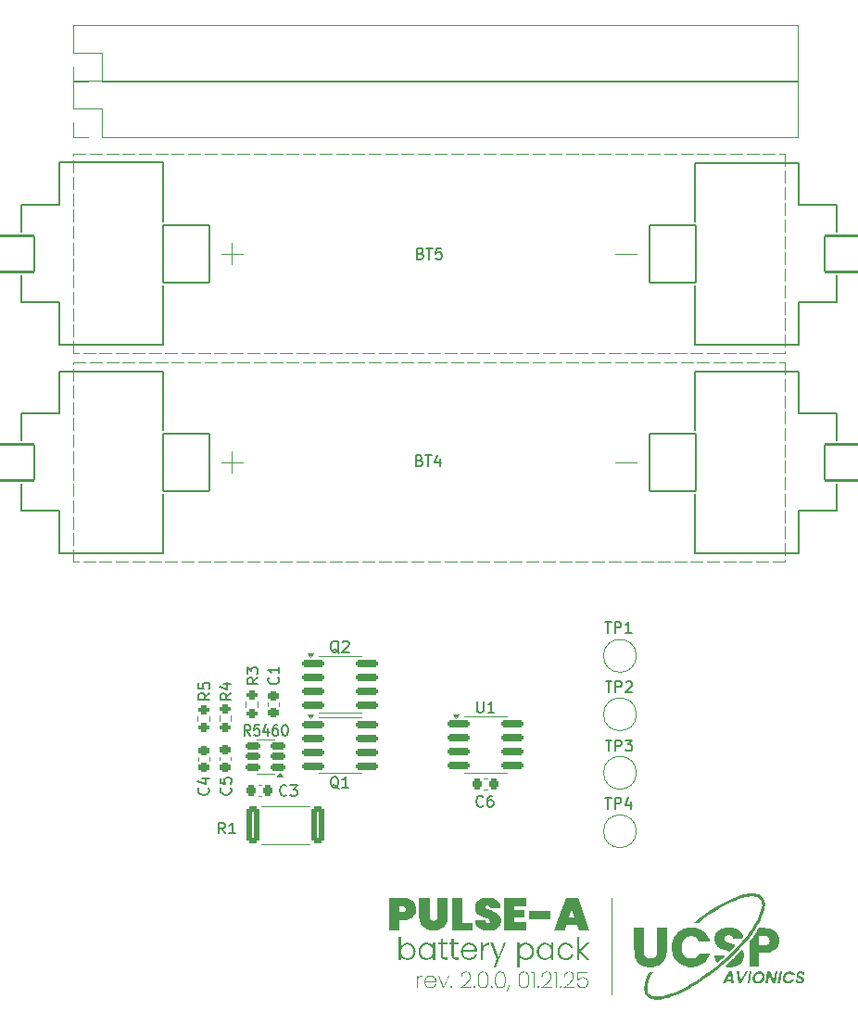
<source format=gto>
G04 #@! TF.GenerationSoftware,KiCad,Pcbnew,8.0.3*
G04 #@! TF.CreationDate,2025-02-01T16:40:27-06:00*
G04 #@! TF.ProjectId,Batt_Boardv1,42617474-5f42-46f6-9172-6476312e6b69,rev?*
G04 #@! TF.SameCoordinates,Original*
G04 #@! TF.FileFunction,Legend,Top*
G04 #@! TF.FilePolarity,Positive*
%FSLAX46Y46*%
G04 Gerber Fmt 4.6, Leading zero omitted, Abs format (unit mm)*
G04 Created by KiCad (PCBNEW 8.0.3) date 2025-02-01 16:40:27*
%MOMM*%
%LPD*%
G01*
G04 APERTURE LIST*
G04 Aperture macros list*
%AMRoundRect*
0 Rectangle with rounded corners*
0 $1 Rounding radius*
0 $2 $3 $4 $5 $6 $7 $8 $9 X,Y pos of 4 corners*
0 Add a 4 corners polygon primitive as box body*
4,1,4,$2,$3,$4,$5,$6,$7,$8,$9,$2,$3,0*
0 Add four circle primitives for the rounded corners*
1,1,$1+$1,$2,$3*
1,1,$1+$1,$4,$5*
1,1,$1+$1,$6,$7*
1,1,$1+$1,$8,$9*
0 Add four rect primitives between the rounded corners*
20,1,$1+$1,$2,$3,$4,$5,0*
20,1,$1+$1,$4,$5,$6,$7,0*
20,1,$1+$1,$6,$7,$8,$9,0*
20,1,$1+$1,$8,$9,$2,$3,0*%
G04 Aperture macros list end*
%ADD10C,0.100000*%
%ADD11C,0.250000*%
%ADD12C,0.150000*%
%ADD13C,0.120000*%
%ADD14C,0.127000*%
%ADD15C,0.000000*%
%ADD16RoundRect,0.150000X0.512500X0.150000X-0.512500X0.150000X-0.512500X-0.150000X0.512500X-0.150000X0*%
%ADD17C,3.600000*%
%ADD18C,6.400000*%
%ADD19RoundRect,0.200000X-0.275000X0.200000X-0.275000X-0.200000X0.275000X-0.200000X0.275000X0.200000X0*%
%ADD20RoundRect,0.250000X-0.362500X-1.425000X0.362500X-1.425000X0.362500X1.425000X-0.362500X1.425000X0*%
%ADD21RoundRect,0.150000X-0.825000X-0.150000X0.825000X-0.150000X0.825000X0.150000X-0.825000X0.150000X0*%
%ADD22C,2.000000*%
%ADD23RoundRect,0.225000X0.250000X-0.225000X0.250000X0.225000X-0.250000X0.225000X-0.250000X-0.225000X0*%
%ADD24RoundRect,0.102000X2.120000X1.650000X-2.120000X1.650000X-2.120000X-1.650000X2.120000X-1.650000X0*%
%ADD25RoundRect,0.102000X2.120000X2.600000X-2.120000X2.600000X-2.120000X-2.600000X2.120000X-2.600000X0*%
%ADD26RoundRect,0.102000X-2.120000X-2.600000X2.120000X-2.600000X2.120000X2.600000X-2.120000X2.600000X0*%
%ADD27RoundRect,0.102000X-2.120000X-1.650000X2.120000X-1.650000X2.120000X1.650000X-2.120000X1.650000X0*%
%ADD28RoundRect,0.225000X-0.225000X-0.250000X0.225000X-0.250000X0.225000X0.250000X-0.225000X0.250000X0*%
%ADD29R,1.700000X1.700000*%
%ADD30O,1.700000X1.700000*%
%ADD31RoundRect,0.200000X0.275000X-0.200000X0.275000X0.200000X-0.275000X0.200000X-0.275000X-0.200000X0*%
G04 APERTURE END LIST*
D10*
X161452996Y-133147354D02*
X161452996Y-141957664D01*
G36*
X142626903Y-133185937D02*
G01*
X142779449Y-133206116D01*
X142946022Y-133248088D01*
X143094614Y-133309431D01*
X143225226Y-133390145D01*
X143302311Y-133454717D01*
X143401667Y-133564626D01*
X143491602Y-133709523D01*
X143546419Y-133848009D01*
X143580680Y-133999684D01*
X143594384Y-134164548D01*
X143594670Y-134193307D01*
X143584411Y-134346637D01*
X143553634Y-134491737D01*
X143495373Y-134643306D01*
X143464977Y-134701088D01*
X143371826Y-134833967D01*
X143267311Y-134938018D01*
X143143206Y-135027347D01*
X143081760Y-135062323D01*
X142931160Y-135126788D01*
X142783183Y-135166378D01*
X142621926Y-135189299D01*
X142469931Y-135195680D01*
X142101369Y-135195680D01*
X142101369Y-136133573D01*
X141156149Y-136133573D01*
X141156149Y-134445366D01*
X142101369Y-134445366D01*
X142362953Y-134445366D01*
X142514035Y-134420178D01*
X142626787Y-134312124D01*
X142649450Y-134187445D01*
X142615596Y-134040602D01*
X142488295Y-133945645D01*
X142362953Y-133929525D01*
X142101369Y-133929525D01*
X142101369Y-134445366D01*
X141156149Y-134445366D01*
X141156149Y-133179211D01*
X142461871Y-133179211D01*
X142626903Y-133185937D01*
G37*
G36*
X144827119Y-133155764D02*
G01*
X144827119Y-134822721D01*
X144841389Y-134975268D01*
X144893316Y-135116122D01*
X144913581Y-135147320D01*
X145035432Y-135239940D01*
X145180810Y-135265906D01*
X145192751Y-135266022D01*
X145342156Y-135243302D01*
X145465849Y-135161694D01*
X145477782Y-135147320D01*
X145544050Y-135016513D01*
X145569294Y-134860436D01*
X145570106Y-134822721D01*
X145570106Y-133155764D01*
X146515326Y-133155764D01*
X146515326Y-134830781D01*
X146509117Y-134985272D01*
X146490493Y-135131108D01*
X146453072Y-135290311D01*
X146398750Y-135437732D01*
X146338738Y-135554717D01*
X146255240Y-135678747D01*
X146144529Y-135803151D01*
X146017515Y-135909053D01*
X145893004Y-135986540D01*
X145855137Y-136006078D01*
X145717703Y-136064892D01*
X145573397Y-136109261D01*
X145422219Y-136139184D01*
X145264169Y-136154661D01*
X145170769Y-136157020D01*
X145009743Y-136149797D01*
X144856852Y-136128129D01*
X144712095Y-136092014D01*
X144556619Y-136033053D01*
X144501055Y-136006078D01*
X144363210Y-135921127D01*
X144241303Y-135817950D01*
X144135332Y-135696546D01*
X144045298Y-135556915D01*
X143981630Y-135420238D01*
X143933599Y-135271148D01*
X143901207Y-135109647D01*
X143885888Y-134961338D01*
X143881899Y-134830781D01*
X143881899Y-133155764D01*
X144827119Y-133155764D01*
G37*
G36*
X147845961Y-135430153D02*
G01*
X148729631Y-135430153D01*
X148729631Y-136133573D01*
X146900741Y-136133573D01*
X146900741Y-133179211D01*
X147845961Y-133179211D01*
X147845961Y-135430153D01*
G37*
G36*
X150220734Y-136157020D02*
G01*
X150056593Y-136151045D01*
X149901682Y-136133120D01*
X149756002Y-136103246D01*
X149593371Y-136051623D01*
X149444032Y-135982792D01*
X149329736Y-135912288D01*
X149210459Y-135812451D01*
X149115859Y-135696488D01*
X149045938Y-135564400D01*
X149000695Y-135416185D01*
X148980130Y-135251845D01*
X148978759Y-135193482D01*
X149946693Y-135193482D01*
X149985860Y-135341577D01*
X150103829Y-135441153D01*
X150191425Y-135453600D01*
X150329178Y-135418429D01*
X150385598Y-135307055D01*
X150321301Y-135172553D01*
X150271292Y-135137794D01*
X150136117Y-135072632D01*
X149987636Y-135014707D01*
X149915186Y-134989051D01*
X149777387Y-134938813D01*
X149637143Y-134883062D01*
X149499671Y-134822068D01*
X149438180Y-134791947D01*
X149304365Y-134707145D01*
X149194736Y-134607866D01*
X149114314Y-134511312D01*
X149037137Y-134371985D01*
X148994777Y-134223836D01*
X148979288Y-134073005D01*
X148978759Y-134037236D01*
X148990641Y-133881626D01*
X149031714Y-133724634D01*
X149102124Y-133584385D01*
X149128968Y-133545575D01*
X149233582Y-133427924D01*
X149359663Y-133329592D01*
X149491490Y-133257612D01*
X149539296Y-133237097D01*
X149691126Y-133186446D01*
X149834649Y-133155339D01*
X149986232Y-133137330D01*
X150125479Y-133132316D01*
X150291914Y-133138327D01*
X150447293Y-133156359D01*
X150591617Y-133186412D01*
X150750212Y-133238345D01*
X150892888Y-133307587D01*
X150999624Y-133378513D01*
X151109688Y-133477620D01*
X151209315Y-133611087D01*
X151277947Y-133763768D01*
X151312104Y-133909930D01*
X151323490Y-134070209D01*
X150338703Y-134070209D01*
X150301609Y-133925403D01*
X150272758Y-133894354D01*
X150130965Y-133841335D01*
X150113755Y-133840865D01*
X150005312Y-133881165D01*
X149963546Y-133991807D01*
X150032418Y-134126492D01*
X150076386Y-134156671D01*
X150212324Y-134223239D01*
X150349462Y-134279832D01*
X150437621Y-134313475D01*
X150590835Y-134371422D01*
X150728168Y-134428210D01*
X150862135Y-134489948D01*
X150910231Y-134514242D01*
X151042912Y-134596846D01*
X151161786Y-134700676D01*
X151233365Y-134781688D01*
X151311375Y-134909869D01*
X151357004Y-135058657D01*
X151370385Y-135211800D01*
X151359604Y-135360603D01*
X151322338Y-135515334D01*
X151258453Y-135658903D01*
X151234097Y-135699797D01*
X151136896Y-135824891D01*
X151015653Y-135931809D01*
X150885977Y-136012496D01*
X150838424Y-136036120D01*
X150684695Y-136094563D01*
X150534909Y-136130455D01*
X150372759Y-136151235D01*
X150220734Y-136157020D01*
G37*
G36*
X152594042Y-133929525D02*
G01*
X152594042Y-134257787D01*
X153501159Y-134257787D01*
X153501159Y-134961207D01*
X152594042Y-134961207D01*
X152594042Y-135383258D01*
X153641843Y-135383258D01*
X153641843Y-136133573D01*
X151648822Y-136133573D01*
X151648822Y-133179211D01*
X153641843Y-133179211D01*
X153641843Y-133929525D01*
X152594042Y-133929525D01*
G37*
G36*
X155857614Y-134351577D02*
G01*
X155857614Y-135101891D01*
X153888040Y-135101891D01*
X153888040Y-134351577D01*
X155857614Y-134351577D01*
G37*
G36*
X159458975Y-136133573D02*
G01*
X158476386Y-136133573D01*
X158329108Y-135664626D01*
X157337726Y-135664626D01*
X157191180Y-136133573D01*
X156212255Y-136133573D01*
X156644042Y-134961207D01*
X157564872Y-134961207D01*
X158101962Y-134961207D01*
X157833783Y-134152275D01*
X157564872Y-134961207D01*
X156644042Y-134961207D01*
X157300357Y-133179211D01*
X158375270Y-133179211D01*
X159458975Y-136133573D01*
G37*
D11*
G36*
X172635633Y-140977951D02*
G01*
X172407535Y-140977951D01*
X172373683Y-140771614D01*
X171944084Y-140771614D01*
X171837960Y-140977951D01*
X171611474Y-140977951D01*
X171811507Y-140599667D01*
X172031938Y-140599667D01*
X172346010Y-140599667D01*
X172269171Y-140137560D01*
X172031938Y-140599667D01*
X171811507Y-140599667D01*
X172188840Y-139886087D01*
X172440044Y-139886087D01*
X172635633Y-140977951D01*
G37*
G36*
X173117622Y-139894685D02*
G01*
X173260822Y-140756031D01*
X173707346Y-139894685D01*
X173936788Y-139894685D01*
X173353243Y-140977951D01*
X173091293Y-140977951D01*
X172886568Y-139894685D01*
X173117622Y-139894685D01*
G37*
G36*
X174280951Y-139894685D02*
G01*
X174091540Y-140977951D01*
X173874189Y-140977951D01*
X174065211Y-139894685D01*
X174280951Y-139894685D01*
G37*
G36*
X175044121Y-139880241D02*
G01*
X175099364Y-139888495D01*
X175151393Y-139902251D01*
X175206919Y-139924710D01*
X175226659Y-139934985D01*
X175275708Y-139966469D01*
X175318879Y-140003696D01*
X175356173Y-140046666D01*
X175387591Y-140095379D01*
X175412627Y-140148760D01*
X175430510Y-140205734D01*
X175441240Y-140266302D01*
X175444761Y-140322246D01*
X175444817Y-140330463D01*
X175442823Y-140388592D01*
X175436841Y-140444767D01*
X175426871Y-140498987D01*
X175412913Y-140551253D01*
X175390899Y-140611391D01*
X175363142Y-140668715D01*
X175330238Y-140722273D01*
X175292781Y-140771316D01*
X175250771Y-140815845D01*
X175204209Y-140855858D01*
X175153094Y-140891357D01*
X175135044Y-140902186D01*
X175078932Y-140930856D01*
X175020214Y-140953594D01*
X174958888Y-140970401D01*
X174905792Y-140979875D01*
X174850886Y-140985230D01*
X174805658Y-140986548D01*
X174747816Y-140983771D01*
X174693008Y-140975440D01*
X174634086Y-140959119D01*
X174579127Y-140935543D01*
X174566007Y-140928516D01*
X174517059Y-140896561D01*
X174473921Y-140858998D01*
X174436593Y-140815827D01*
X174405075Y-140767047D01*
X174380156Y-140713565D01*
X174362357Y-140656289D01*
X174352623Y-140603059D01*
X174348340Y-140546923D01*
X174348118Y-140530351D01*
X174348826Y-140510201D01*
X174568425Y-140510201D01*
X174572807Y-140569509D01*
X174585955Y-140622235D01*
X174611224Y-140673684D01*
X174638547Y-140707940D01*
X174682538Y-140742876D01*
X174735626Y-140766378D01*
X174790451Y-140777671D01*
X174836286Y-140780211D01*
X174892370Y-140776601D01*
X174945096Y-140765771D01*
X175000398Y-140744955D01*
X175040473Y-140722448D01*
X175087156Y-140686617D01*
X175127464Y-140644411D01*
X175161397Y-140595829D01*
X175177493Y-140566084D01*
X175198768Y-140515843D01*
X175213965Y-140463453D01*
X175223082Y-140408914D01*
X175226122Y-140352225D01*
X175221689Y-140292984D01*
X175208390Y-140240459D01*
X175182831Y-140189398D01*
X175155194Y-140155560D01*
X175110812Y-140120884D01*
X175057463Y-140097557D01*
X175002512Y-140086348D01*
X174956649Y-140083826D01*
X174901152Y-140087453D01*
X174842532Y-140100204D01*
X174787950Y-140122137D01*
X174753805Y-140141858D01*
X174707230Y-140177496D01*
X174666946Y-140219423D01*
X174632952Y-140267642D01*
X174616785Y-140297148D01*
X174595627Y-140347036D01*
X174580515Y-140399174D01*
X174571447Y-140453563D01*
X174568425Y-140510201D01*
X174348826Y-140510201D01*
X174350131Y-140473080D01*
X174356172Y-140417632D01*
X174366241Y-140364007D01*
X174383639Y-140302065D01*
X174406837Y-140242748D01*
X174430598Y-140195323D01*
X174463739Y-140141774D01*
X174501300Y-140092759D01*
X174543281Y-140048278D01*
X174589683Y-140008331D01*
X174640505Y-139972917D01*
X174658428Y-139962120D01*
X174714300Y-139933359D01*
X174772704Y-139910549D01*
X174833639Y-139893689D01*
X174897105Y-139882779D01*
X174951927Y-139878234D01*
X174985665Y-139877490D01*
X175044121Y-139880241D01*
G37*
G36*
X176431900Y-140977951D02*
G01*
X176214817Y-140977951D01*
X175859101Y-140235623D01*
X175728261Y-140977951D01*
X175510909Y-140977951D01*
X175701931Y-139894685D01*
X175917671Y-139894685D01*
X176274998Y-140638624D01*
X176405839Y-139894685D01*
X176621310Y-139894685D01*
X176431900Y-140977951D01*
G37*
G36*
X177049297Y-139894685D02*
G01*
X176859887Y-140977951D01*
X176642535Y-140977951D01*
X176833557Y-139894685D01*
X177049297Y-139894685D01*
G37*
G36*
X177115120Y-140432825D02*
G01*
X177127793Y-140373949D01*
X177145056Y-140317416D01*
X177166909Y-140263225D01*
X177193353Y-140211376D01*
X177224387Y-140161870D01*
X177235752Y-140145888D01*
X177272223Y-140100308D01*
X177311717Y-140058677D01*
X177354234Y-140020993D01*
X177399773Y-139987257D01*
X177448335Y-139957470D01*
X177465194Y-139948418D01*
X177516989Y-139924314D01*
X177570012Y-139905196D01*
X177624262Y-139891066D01*
X177679741Y-139881923D01*
X177736448Y-139877767D01*
X177755623Y-139877490D01*
X177810490Y-139879792D01*
X177872451Y-139888633D01*
X177930181Y-139904105D01*
X177983679Y-139926207D01*
X178032946Y-139954939D01*
X178055993Y-139971792D01*
X178097675Y-140009586D01*
X178132651Y-140052443D01*
X178160921Y-140100362D01*
X178182484Y-140153344D01*
X178197342Y-140211389D01*
X178200804Y-140231862D01*
X177952824Y-140231862D01*
X177929299Y-140181915D01*
X177892558Y-140139232D01*
X177867926Y-140121171D01*
X177819062Y-140098414D01*
X177762339Y-140086160D01*
X177720159Y-140083826D01*
X177662815Y-140088024D01*
X177607990Y-140100618D01*
X177555684Y-140121608D01*
X177545525Y-140126813D01*
X177497527Y-140157106D01*
X177454619Y-140194589D01*
X177416801Y-140239260D01*
X177409848Y-140249057D01*
X177382017Y-140295572D01*
X177359882Y-140345956D01*
X177343443Y-140400208D01*
X177336771Y-140432019D01*
X177330075Y-140486403D01*
X177328979Y-140512888D01*
X177333446Y-140571558D01*
X177346846Y-140623713D01*
X177372598Y-140674600D01*
X177400445Y-140708477D01*
X177444876Y-140743154D01*
X177497467Y-140766481D01*
X177551066Y-140777690D01*
X177595497Y-140780211D01*
X177654246Y-140775703D01*
X177709693Y-140762179D01*
X177757235Y-140742061D01*
X177805299Y-140711673D01*
X177847904Y-140672968D01*
X177881896Y-140630564D01*
X178129876Y-140630564D01*
X178102254Y-140681382D01*
X178071273Y-140728554D01*
X178036934Y-140772079D01*
X177999237Y-140811956D01*
X177958181Y-140848187D01*
X177913767Y-140880771D01*
X177895061Y-140892783D01*
X177846936Y-140919795D01*
X177797433Y-140942229D01*
X177746553Y-140960085D01*
X177694295Y-140973362D01*
X177640660Y-140982061D01*
X177585648Y-140986182D01*
X177563257Y-140986548D01*
X177505415Y-140983912D01*
X177450608Y-140976006D01*
X177391686Y-140960515D01*
X177336727Y-140938141D01*
X177323606Y-140931471D01*
X177274557Y-140900944D01*
X177231386Y-140864707D01*
X177194092Y-140822762D01*
X177162674Y-140775107D01*
X177137756Y-140722616D01*
X177119956Y-140666431D01*
X177109277Y-140606552D01*
X177105773Y-140551127D01*
X177105717Y-140542978D01*
X177108068Y-140488439D01*
X177115120Y-140432825D01*
G37*
G36*
X178660494Y-140986548D02*
G01*
X178601964Y-140983969D01*
X178547477Y-140976234D01*
X178489018Y-140960690D01*
X178436062Y-140938128D01*
X178395051Y-140913202D01*
X178349562Y-140872683D01*
X178317070Y-140824743D01*
X178297575Y-140769381D01*
X178291178Y-140714851D01*
X178291076Y-140706597D01*
X178294032Y-140664953D01*
X178514339Y-140664953D01*
X178518876Y-140721082D01*
X178546490Y-140769761D01*
X178548997Y-140772420D01*
X178595547Y-140802696D01*
X178649260Y-140813942D01*
X178668285Y-140814601D01*
X178722476Y-140809916D01*
X178773952Y-140792608D01*
X178792141Y-140781286D01*
X178827778Y-140737700D01*
X178837814Y-140685641D01*
X178824545Y-140631283D01*
X178790797Y-140594025D01*
X178743817Y-140564887D01*
X178695729Y-140540843D01*
X178643568Y-140517992D01*
X178589189Y-140494248D01*
X178537190Y-140469523D01*
X178493383Y-140446258D01*
X178446263Y-140412744D01*
X178408219Y-140372967D01*
X178395051Y-140355449D01*
X178370165Y-140307454D01*
X178356765Y-140250920D01*
X178354213Y-140208488D01*
X178358293Y-140153769D01*
X178372399Y-140097905D01*
X178396579Y-140047236D01*
X178405797Y-140033048D01*
X178441789Y-139989726D01*
X178485285Y-139953120D01*
X178536284Y-139923231D01*
X178547385Y-139918059D01*
X178600031Y-139898448D01*
X178656714Y-139885255D01*
X178710490Y-139878916D01*
X178752915Y-139877490D01*
X178808109Y-139879858D01*
X178865667Y-139888181D01*
X178918421Y-139902498D01*
X178950923Y-139915372D01*
X178999272Y-139941976D01*
X179043123Y-139978393D01*
X179077196Y-140022302D01*
X179100634Y-140072534D01*
X179112580Y-140128290D01*
X179113466Y-140183770D01*
X178884025Y-140183770D01*
X178885368Y-140166576D01*
X178872013Y-140112174D01*
X178847486Y-140082483D01*
X178799029Y-140056698D01*
X178742168Y-140049437D01*
X178687971Y-140055112D01*
X178636675Y-140075766D01*
X178625030Y-140083826D01*
X178590230Y-140127207D01*
X178580431Y-140177322D01*
X178594788Y-140229763D01*
X178605954Y-140244758D01*
X178646382Y-140280730D01*
X178668285Y-140294730D01*
X178716777Y-140320332D01*
X178766139Y-140344412D01*
X178774677Y-140348463D01*
X178828258Y-140373231D01*
X178879864Y-140399506D01*
X178923787Y-140424765D01*
X178968582Y-140457655D01*
X179007789Y-140498261D01*
X179024000Y-140519604D01*
X179049377Y-140567637D01*
X179063041Y-140623075D01*
X179065644Y-140664147D01*
X179060737Y-140720588D01*
X179046018Y-140773041D01*
X179021487Y-140821506D01*
X179015403Y-140830721D01*
X178980104Y-140873298D01*
X178936671Y-140909684D01*
X178885105Y-140939877D01*
X178873815Y-140945173D01*
X178819901Y-140965174D01*
X178761227Y-140978628D01*
X178705076Y-140985093D01*
X178660494Y-140986548D01*
G37*
D10*
G36*
X143774188Y-140501605D02*
G01*
X143806817Y-140431008D01*
X143852040Y-140371717D01*
X143909857Y-140323732D01*
X143922932Y-140315492D01*
X143995517Y-140281682D01*
X144070634Y-140261959D01*
X144145189Y-140252943D01*
X144195507Y-140251378D01*
X144195507Y-140345167D01*
X144163999Y-140345167D01*
X144083788Y-140351006D01*
X144010584Y-140368523D01*
X143936605Y-140402188D01*
X143885196Y-140438590D01*
X143831535Y-140500559D01*
X143798579Y-140571456D01*
X143781126Y-140645700D01*
X143774296Y-140731340D01*
X143774188Y-140744504D01*
X143774188Y-141388573D01*
X143679666Y-141388573D01*
X143679666Y-140263101D01*
X143774188Y-140263101D01*
X143774188Y-140501605D01*
G37*
G36*
X144996791Y-140255683D02*
G01*
X145070201Y-140268597D01*
X145146328Y-140293417D01*
X145200810Y-140320254D01*
X145263854Y-140362591D01*
X145323231Y-140418061D01*
X145371374Y-140482403D01*
X145383626Y-140503436D01*
X145416663Y-140576402D01*
X145437464Y-140652873D01*
X145446029Y-140732851D01*
X145446274Y-140749267D01*
X145444724Y-140824104D01*
X145441878Y-140860275D01*
X144461487Y-140860275D01*
X144466443Y-140941030D01*
X144481309Y-141014307D01*
X144509452Y-141086957D01*
X144524135Y-141113433D01*
X144572133Y-141177941D01*
X144629482Y-141230413D01*
X144689732Y-141267672D01*
X144762508Y-141296874D01*
X144839787Y-141313954D01*
X144913947Y-141318963D01*
X144994249Y-141313903D01*
X145067728Y-141298722D01*
X145142236Y-141269545D01*
X145194216Y-141237997D01*
X145251287Y-141187610D01*
X145295143Y-141127950D01*
X145325785Y-141059016D01*
X145337098Y-141016713D01*
X145437848Y-141016713D01*
X145418266Y-141088463D01*
X145383650Y-141162863D01*
X145335982Y-141229158D01*
X145283567Y-141280517D01*
X145266756Y-141294051D01*
X145202983Y-141335449D01*
X145132197Y-141366679D01*
X145054399Y-141387742D01*
X144969588Y-141398636D01*
X144917977Y-141400296D01*
X144840743Y-141395923D01*
X144767676Y-141382802D01*
X144690457Y-141357586D01*
X144634045Y-141330321D01*
X144567854Y-141286149D01*
X144510242Y-141232355D01*
X144461208Y-141168941D01*
X144437673Y-141129553D01*
X144406738Y-141061386D01*
X144384642Y-140987678D01*
X144371384Y-140908429D01*
X144367034Y-140834541D01*
X144366965Y-140823639D01*
X144368980Y-140778942D01*
X144461487Y-140778942D01*
X145351752Y-140778942D01*
X145347057Y-140700812D01*
X145330829Y-140622158D01*
X145303008Y-140552091D01*
X145292401Y-140532746D01*
X145246532Y-140469332D01*
X145190533Y-140418126D01*
X145130835Y-140382170D01*
X145058570Y-140354011D01*
X144982323Y-140337541D01*
X144909551Y-140332711D01*
X144830021Y-140338555D01*
X144754647Y-140356088D01*
X144689732Y-140382170D01*
X144624630Y-140422277D01*
X144568360Y-140474592D01*
X144524868Y-140532746D01*
X144491444Y-140600237D01*
X144470400Y-140676315D01*
X144462044Y-140752126D01*
X144461487Y-140778942D01*
X144368980Y-140778942D01*
X144370314Y-140749339D01*
X144382341Y-140669707D01*
X144403115Y-140595707D01*
X144432636Y-140527340D01*
X144436941Y-140519190D01*
X144480649Y-140450871D01*
X144533051Y-140392232D01*
X144594147Y-140343272D01*
X144631846Y-140320254D01*
X144705137Y-140286960D01*
X144784049Y-140264561D01*
X144858914Y-140253799D01*
X144917977Y-140251378D01*
X144996791Y-140255683D01*
G37*
G36*
X146120018Y-141295150D02*
G01*
X146539872Y-140263101D01*
X146640622Y-140263101D01*
X146168378Y-141388573D01*
X146069460Y-141388573D01*
X145596850Y-140263101D01*
X145699798Y-140263101D01*
X146120018Y-141295150D01*
G37*
G36*
X146830032Y-141388573D02*
G01*
X146770315Y-141365492D01*
X146746867Y-141306873D01*
X146770315Y-141247889D01*
X146830032Y-141224441D01*
X146887551Y-141247889D01*
X146910999Y-141306873D01*
X146887551Y-141365492D01*
X146830032Y-141388573D01*
G37*
G36*
X147674502Y-141324459D02*
G01*
X147746479Y-141273653D01*
X147815546Y-141223175D01*
X147881702Y-141173025D01*
X147944947Y-141123205D01*
X148005281Y-141073712D01*
X148062705Y-141024548D01*
X148134741Y-140959507D01*
X148201603Y-140895050D01*
X148263289Y-140831176D01*
X148292192Y-140799459D01*
X148345257Y-140736496D01*
X148391248Y-140674185D01*
X148438786Y-140597215D01*
X148475268Y-140521264D01*
X148500695Y-140446333D01*
X148515067Y-140372421D01*
X148518605Y-140314026D01*
X148512142Y-140232760D01*
X148492755Y-140160419D01*
X148456054Y-140090510D01*
X148436906Y-140065631D01*
X148376019Y-140014820D01*
X148304030Y-139985179D01*
X148226366Y-139971630D01*
X148171292Y-139969277D01*
X148094823Y-139974589D01*
X148017606Y-139993669D01*
X147951243Y-140026624D01*
X147889558Y-140080286D01*
X147847082Y-140140049D01*
X147816743Y-140208696D01*
X147798539Y-140286228D01*
X147792566Y-140361356D01*
X147792471Y-140372644D01*
X147697949Y-140372644D01*
X147702509Y-140290096D01*
X147716187Y-140214736D01*
X147743671Y-140135898D01*
X147783567Y-140066843D01*
X147827642Y-140015439D01*
X147888505Y-139965761D01*
X147957292Y-139928285D01*
X148034003Y-139903010D01*
X148118638Y-139889937D01*
X148170559Y-139887944D01*
X148252018Y-139893046D01*
X148326816Y-139908351D01*
X148404142Y-139938335D01*
X148472767Y-139981646D01*
X148488563Y-139994556D01*
X148543060Y-140054411D01*
X148581986Y-140127363D01*
X148603274Y-140201941D01*
X148612640Y-140286546D01*
X148613127Y-140312561D01*
X148607242Y-140394193D01*
X148589585Y-140476058D01*
X148560158Y-140558155D01*
X148518960Y-140640485D01*
X148477526Y-140706517D01*
X148428560Y-140772697D01*
X148372059Y-140839026D01*
X148310808Y-140904445D01*
X148247404Y-140967895D01*
X148181848Y-141029375D01*
X148114139Y-141088887D01*
X148044278Y-141146429D01*
X147972264Y-141202001D01*
X147898098Y-141255605D01*
X147821780Y-141307240D01*
X148659289Y-141307240D01*
X148659289Y-141388573D01*
X147674502Y-141388573D01*
X147674502Y-141324459D01*
G37*
G36*
X148930032Y-141388573D02*
G01*
X148870315Y-141365492D01*
X148846867Y-141306873D01*
X148870315Y-141247889D01*
X148930032Y-141224441D01*
X148987551Y-141247889D01*
X149010999Y-141306873D01*
X148987551Y-141365492D01*
X148930032Y-141388573D01*
G37*
G36*
X149806258Y-139892712D02*
G01*
X149881104Y-139907014D01*
X149959607Y-139936762D01*
X150025772Y-139980241D01*
X150079597Y-140037450D01*
X150108626Y-140083217D01*
X150144484Y-140162278D01*
X150168698Y-140237077D01*
X150187761Y-140319980D01*
X150201671Y-140410986D01*
X150209090Y-140489625D01*
X150213211Y-140573451D01*
X150214139Y-140639724D01*
X150212490Y-140728504D01*
X150207544Y-140812030D01*
X150199301Y-140890300D01*
X150187761Y-140963315D01*
X150168698Y-141047194D01*
X150144484Y-141122863D01*
X150115117Y-141190320D01*
X150108626Y-141202826D01*
X150063026Y-141269935D01*
X150005088Y-141323159D01*
X149934810Y-141362499D01*
X149852194Y-141387954D01*
X149773921Y-141398561D01*
X149722844Y-141400296D01*
X149638788Y-141395475D01*
X149563390Y-141381012D01*
X149484341Y-141350929D01*
X149417760Y-141306961D01*
X149363647Y-141249108D01*
X149334498Y-141202826D01*
X149298765Y-141122863D01*
X149274635Y-141047194D01*
X149255638Y-140963315D01*
X149244138Y-140890300D01*
X149235923Y-140812030D01*
X149230995Y-140728504D01*
X149229352Y-140639724D01*
X149323874Y-140639724D01*
X149324943Y-140717824D01*
X149328150Y-140791107D01*
X149334594Y-140870515D01*
X149343948Y-140943367D01*
X149354282Y-141000593D01*
X149375878Y-141077918D01*
X149406459Y-141145853D01*
X149450973Y-141210325D01*
X149471885Y-141232868D01*
X149533873Y-141278270D01*
X149610388Y-141306856D01*
X149691670Y-141318207D01*
X149721379Y-141318963D01*
X149797995Y-141313582D01*
X149872911Y-141294665D01*
X149942148Y-141257671D01*
X149971239Y-141232868D01*
X150020190Y-141173033D01*
X150058050Y-141101606D01*
X150082642Y-141027411D01*
X150088842Y-141000593D01*
X150102306Y-140923221D01*
X150110931Y-140848496D01*
X150116612Y-140767214D01*
X150119136Y-140692326D01*
X150119617Y-140639724D01*
X150118535Y-140563157D01*
X150114538Y-140479623D01*
X150107596Y-140402331D01*
X150096055Y-140321640D01*
X150088842Y-140284351D01*
X150067246Y-140207496D01*
X150036665Y-140140146D01*
X149992151Y-140076462D01*
X149971239Y-140054274D01*
X149909372Y-140009451D01*
X149832765Y-139981230D01*
X149751215Y-139970024D01*
X149721379Y-139969277D01*
X149645061Y-139974590D01*
X149570315Y-139993266D01*
X149501063Y-140029788D01*
X149471885Y-140054274D01*
X149422934Y-140113264D01*
X149385074Y-140183990D01*
X149360483Y-140257676D01*
X149354282Y-140284351D01*
X149340978Y-140360967D01*
X149332456Y-140434692D01*
X149326843Y-140514659D01*
X149324349Y-140588170D01*
X149323874Y-140639724D01*
X149229352Y-140639724D01*
X149230995Y-140552008D01*
X149235923Y-140469479D01*
X149244138Y-140392136D01*
X149259027Y-140302751D01*
X149279050Y-140221469D01*
X149304207Y-140148291D01*
X149334498Y-140083217D01*
X149380299Y-140016855D01*
X149438569Y-139964223D01*
X149509305Y-139925321D01*
X149592510Y-139900149D01*
X149671372Y-139889661D01*
X149722844Y-139887944D01*
X149806258Y-139892712D01*
G37*
G36*
X150505398Y-141388573D02*
G01*
X150445681Y-141365492D01*
X150422234Y-141306873D01*
X150445681Y-141247889D01*
X150505398Y-141224441D01*
X150562918Y-141247889D01*
X150586365Y-141306873D01*
X150562918Y-141365492D01*
X150505398Y-141388573D01*
G37*
G36*
X151381625Y-139892712D02*
G01*
X151456470Y-139907014D01*
X151534974Y-139936762D01*
X151601138Y-139980241D01*
X151654964Y-140037450D01*
X151683992Y-140083217D01*
X151719850Y-140162278D01*
X151744065Y-140237077D01*
X151763127Y-140319980D01*
X151777037Y-140410986D01*
X151784456Y-140489625D01*
X151788578Y-140573451D01*
X151789505Y-140639724D01*
X151787857Y-140728504D01*
X151782911Y-140812030D01*
X151774667Y-140890300D01*
X151763127Y-140963315D01*
X151744065Y-141047194D01*
X151719850Y-141122863D01*
X151690484Y-141190320D01*
X151683992Y-141202826D01*
X151638393Y-141269935D01*
X151580454Y-141323159D01*
X151510177Y-141362499D01*
X151427560Y-141387954D01*
X151349287Y-141398561D01*
X151298211Y-141400296D01*
X151214154Y-141395475D01*
X151138756Y-141381012D01*
X151059708Y-141350929D01*
X150993127Y-141306961D01*
X150939013Y-141249108D01*
X150909865Y-141202826D01*
X150874131Y-141122863D01*
X150850001Y-141047194D01*
X150831005Y-140963315D01*
X150819504Y-140890300D01*
X150811290Y-140812030D01*
X150806361Y-140728504D01*
X150804718Y-140639724D01*
X150899240Y-140639724D01*
X150900309Y-140717824D01*
X150903516Y-140791107D01*
X150909960Y-140870515D01*
X150919314Y-140943367D01*
X150929648Y-141000593D01*
X150951245Y-141077918D01*
X150981825Y-141145853D01*
X151026340Y-141210325D01*
X151047251Y-141232868D01*
X151109240Y-141278270D01*
X151185754Y-141306856D01*
X151267036Y-141318207D01*
X151296745Y-141318963D01*
X151373361Y-141313582D01*
X151448278Y-141294665D01*
X151517515Y-141257671D01*
X151546606Y-141232868D01*
X151595557Y-141173033D01*
X151633417Y-141101606D01*
X151658008Y-141027411D01*
X151664209Y-141000593D01*
X151677672Y-140923221D01*
X151686298Y-140848496D01*
X151691978Y-140767214D01*
X151694502Y-140692326D01*
X151694983Y-140639724D01*
X151693901Y-140563157D01*
X151689904Y-140479623D01*
X151682962Y-140402331D01*
X151671421Y-140321640D01*
X151664209Y-140284351D01*
X151642612Y-140207496D01*
X151612032Y-140140146D01*
X151567517Y-140076462D01*
X151546606Y-140054274D01*
X151484739Y-140009451D01*
X151408131Y-139981230D01*
X151326582Y-139970024D01*
X151296745Y-139969277D01*
X151220427Y-139974590D01*
X151145681Y-139993266D01*
X151076430Y-140029788D01*
X151047251Y-140054274D01*
X150998300Y-140113264D01*
X150960440Y-140183990D01*
X150935849Y-140257676D01*
X150929648Y-140284351D01*
X150916345Y-140360967D01*
X150907822Y-140434692D01*
X150902210Y-140514659D01*
X150899715Y-140588170D01*
X150899240Y-140639724D01*
X150804718Y-140639724D01*
X150806361Y-140552008D01*
X150811290Y-140469479D01*
X150819504Y-140392136D01*
X150834393Y-140302751D01*
X150854416Y-140221469D01*
X150879573Y-140148291D01*
X150909865Y-140083217D01*
X150955666Y-140016855D01*
X151013935Y-139964223D01*
X151084672Y-139925321D01*
X151167877Y-139900149D01*
X151246738Y-139889661D01*
X151298211Y-139887944D01*
X151381625Y-139892712D01*
G37*
G36*
X152162464Y-141154099D02*
G01*
X151964994Y-141693388D01*
X151893553Y-141693388D01*
X152053287Y-141154099D01*
X152162464Y-141154099D01*
G37*
G36*
X153537312Y-139892712D02*
G01*
X153612157Y-139907014D01*
X153690661Y-139936762D01*
X153756826Y-139980241D01*
X153810651Y-140037450D01*
X153839680Y-140083217D01*
X153875538Y-140162278D01*
X153899752Y-140237077D01*
X153918814Y-140319980D01*
X153932725Y-140410986D01*
X153940144Y-140489625D01*
X153944265Y-140573451D01*
X153945193Y-140639724D01*
X153943544Y-140728504D01*
X153938598Y-140812030D01*
X153930355Y-140890300D01*
X153918814Y-140963315D01*
X153899752Y-141047194D01*
X153875538Y-141122863D01*
X153846171Y-141190320D01*
X153839680Y-141202826D01*
X153794080Y-141269935D01*
X153736142Y-141323159D01*
X153665864Y-141362499D01*
X153583248Y-141387954D01*
X153504975Y-141398561D01*
X153453898Y-141400296D01*
X153369842Y-141395475D01*
X153294444Y-141381012D01*
X153215395Y-141350929D01*
X153148814Y-141306961D01*
X153094701Y-141249108D01*
X153065552Y-141202826D01*
X153029819Y-141122863D01*
X153005688Y-141047194D01*
X152986692Y-140963315D01*
X152975192Y-140890300D01*
X152966977Y-140812030D01*
X152962048Y-140728504D01*
X152960405Y-140639724D01*
X153054927Y-140639724D01*
X153055996Y-140717824D01*
X153059204Y-140791107D01*
X153065647Y-140870515D01*
X153075002Y-140943367D01*
X153085336Y-141000593D01*
X153106932Y-141077918D01*
X153137512Y-141145853D01*
X153182027Y-141210325D01*
X153202939Y-141232868D01*
X153264927Y-141278270D01*
X153341441Y-141306856D01*
X153422724Y-141318207D01*
X153452433Y-141318963D01*
X153529049Y-141313582D01*
X153603965Y-141294665D01*
X153673202Y-141257671D01*
X153702293Y-141232868D01*
X153751244Y-141173033D01*
X153789104Y-141101606D01*
X153813695Y-141027411D01*
X153819896Y-141000593D01*
X153833360Y-140923221D01*
X153841985Y-140848496D01*
X153847665Y-140767214D01*
X153850190Y-140692326D01*
X153850671Y-140639724D01*
X153849589Y-140563157D01*
X153845592Y-140479623D01*
X153838649Y-140402331D01*
X153827109Y-140321640D01*
X153819896Y-140284351D01*
X153798299Y-140207496D01*
X153767719Y-140140146D01*
X153723204Y-140076462D01*
X153702293Y-140054274D01*
X153640426Y-140009451D01*
X153563819Y-139981230D01*
X153482269Y-139970024D01*
X153452433Y-139969277D01*
X153376114Y-139974590D01*
X153301369Y-139993266D01*
X153232117Y-140029788D01*
X153202939Y-140054274D01*
X153153987Y-140113264D01*
X153116127Y-140183990D01*
X153091536Y-140257676D01*
X153085336Y-140284351D01*
X153072032Y-140360967D01*
X153063509Y-140434692D01*
X153057897Y-140514659D01*
X153055403Y-140588170D01*
X153054927Y-140639724D01*
X152960405Y-140639724D01*
X152962048Y-140552008D01*
X152966977Y-140469479D01*
X152975192Y-140392136D01*
X152990081Y-140302751D01*
X153010104Y-140221469D01*
X153035261Y-140148291D01*
X153065552Y-140083217D01*
X153111353Y-140016855D01*
X153169622Y-139964223D01*
X153240359Y-139925321D01*
X153323564Y-139900149D01*
X153402425Y-139889661D01*
X153453898Y-139887944D01*
X153537312Y-139892712D01*
G37*
G36*
X154129840Y-139992725D02*
G01*
X154129840Y-139911392D01*
X154435388Y-139911392D01*
X154435388Y-141388573D01*
X154340866Y-141388573D01*
X154340866Y-139992725D01*
X154129840Y-139992725D01*
G37*
G36*
X154780137Y-141388573D02*
G01*
X154720419Y-141365492D01*
X154696972Y-141306873D01*
X154720419Y-141247889D01*
X154780137Y-141224441D01*
X154837656Y-141247889D01*
X154861103Y-141306873D01*
X154837656Y-141365492D01*
X154780137Y-141388573D01*
G37*
G36*
X155032562Y-141324459D02*
G01*
X155104539Y-141273653D01*
X155173606Y-141223175D01*
X155239762Y-141173025D01*
X155303007Y-141123205D01*
X155363341Y-141073712D01*
X155420765Y-141024548D01*
X155492801Y-140959507D01*
X155559663Y-140895050D01*
X155621349Y-140831176D01*
X155650252Y-140799459D01*
X155703317Y-140736496D01*
X155749308Y-140674185D01*
X155796846Y-140597215D01*
X155833328Y-140521264D01*
X155858755Y-140446333D01*
X155873127Y-140372421D01*
X155876665Y-140314026D01*
X155870202Y-140232760D01*
X155850815Y-140160419D01*
X155814114Y-140090510D01*
X155794966Y-140065631D01*
X155734079Y-140014820D01*
X155662090Y-139985179D01*
X155584426Y-139971630D01*
X155529352Y-139969277D01*
X155452884Y-139974589D01*
X155375667Y-139993669D01*
X155309303Y-140026624D01*
X155247618Y-140080286D01*
X155205142Y-140140049D01*
X155174803Y-140208696D01*
X155156599Y-140286228D01*
X155150626Y-140361356D01*
X155150531Y-140372644D01*
X155056009Y-140372644D01*
X155060569Y-140290096D01*
X155074247Y-140214736D01*
X155101731Y-140135898D01*
X155141627Y-140066843D01*
X155185702Y-140015439D01*
X155246565Y-139965761D01*
X155315352Y-139928285D01*
X155392063Y-139903010D01*
X155476698Y-139889937D01*
X155528619Y-139887944D01*
X155610078Y-139893046D01*
X155684876Y-139908351D01*
X155762202Y-139938335D01*
X155830827Y-139981646D01*
X155846623Y-139994556D01*
X155901120Y-140054411D01*
X155940046Y-140127363D01*
X155961334Y-140201941D01*
X155970700Y-140286546D01*
X155971187Y-140312561D01*
X155965302Y-140394193D01*
X155947645Y-140476058D01*
X155918218Y-140558155D01*
X155877020Y-140640485D01*
X155835586Y-140706517D01*
X155786620Y-140772697D01*
X155730119Y-140839026D01*
X155668868Y-140904445D01*
X155605464Y-140967895D01*
X155539908Y-141029375D01*
X155472199Y-141088887D01*
X155402338Y-141146429D01*
X155330324Y-141202001D01*
X155256158Y-141255605D01*
X155179840Y-141307240D01*
X156017349Y-141307240D01*
X156017349Y-141388573D01*
X155032562Y-141388573D01*
X155032562Y-141324459D01*
G37*
G36*
X156181480Y-139992725D02*
G01*
X156181480Y-139911392D01*
X156487028Y-139911392D01*
X156487028Y-141388573D01*
X156392506Y-141388573D01*
X156392506Y-139992725D01*
X156181480Y-139992725D01*
G37*
G36*
X156831777Y-141388573D02*
G01*
X156772059Y-141365492D01*
X156748612Y-141306873D01*
X156772059Y-141247889D01*
X156831777Y-141224441D01*
X156889296Y-141247889D01*
X156912743Y-141306873D01*
X156889296Y-141365492D01*
X156831777Y-141388573D01*
G37*
G36*
X157084202Y-141324459D02*
G01*
X157156179Y-141273653D01*
X157225246Y-141223175D01*
X157291402Y-141173025D01*
X157354647Y-141123205D01*
X157414981Y-141073712D01*
X157472405Y-141024548D01*
X157544441Y-140959507D01*
X157611303Y-140895050D01*
X157672989Y-140831176D01*
X157701892Y-140799459D01*
X157754957Y-140736496D01*
X157800948Y-140674185D01*
X157848485Y-140597215D01*
X157884968Y-140521264D01*
X157910395Y-140446333D01*
X157924767Y-140372421D01*
X157928305Y-140314026D01*
X157921842Y-140232760D01*
X157902455Y-140160419D01*
X157865754Y-140090510D01*
X157846606Y-140065631D01*
X157785719Y-140014820D01*
X157713730Y-139985179D01*
X157636066Y-139971630D01*
X157580992Y-139969277D01*
X157504523Y-139974589D01*
X157427306Y-139993669D01*
X157360943Y-140026624D01*
X157299257Y-140080286D01*
X157256782Y-140140049D01*
X157226443Y-140208696D01*
X157208239Y-140286228D01*
X157202266Y-140361356D01*
X157202171Y-140372644D01*
X157107649Y-140372644D01*
X157112208Y-140290096D01*
X157125887Y-140214736D01*
X157153371Y-140135898D01*
X157193267Y-140066843D01*
X157237342Y-140015439D01*
X157298205Y-139965761D01*
X157366992Y-139928285D01*
X157443703Y-139903010D01*
X157528338Y-139889937D01*
X157580259Y-139887944D01*
X157661718Y-139893046D01*
X157736516Y-139908351D01*
X157813842Y-139938335D01*
X157882466Y-139981646D01*
X157898263Y-139994556D01*
X157952760Y-140054411D01*
X157991686Y-140127363D01*
X158012974Y-140201941D01*
X158022340Y-140286546D01*
X158022827Y-140312561D01*
X158016941Y-140394193D01*
X157999285Y-140476058D01*
X157969858Y-140558155D01*
X157928660Y-140640485D01*
X157887226Y-140706517D01*
X157838259Y-140772697D01*
X157781759Y-140839026D01*
X157720508Y-140904445D01*
X157657104Y-140967895D01*
X157591547Y-141029375D01*
X157523839Y-141088887D01*
X157453978Y-141146429D01*
X157381964Y-141202001D01*
X157307798Y-141255605D01*
X157231480Y-141307240D01*
X158068989Y-141307240D01*
X158068989Y-141388573D01*
X157084202Y-141388573D01*
X157084202Y-141324459D01*
G37*
G36*
X159251246Y-139992725D02*
G01*
X158444879Y-139992725D01*
X158444879Y-140586235D01*
X158495111Y-140530353D01*
X158554101Y-140486188D01*
X158611574Y-140455076D01*
X158681935Y-140428028D01*
X158756088Y-140410998D01*
X158834033Y-140403986D01*
X158850077Y-140403785D01*
X158931548Y-140408044D01*
X159005233Y-140420821D01*
X159078823Y-140445377D01*
X159129247Y-140471929D01*
X159191350Y-140518297D01*
X159241646Y-140572679D01*
X159280136Y-140635076D01*
X159286417Y-140648517D01*
X159312113Y-140718383D01*
X159328292Y-140791971D01*
X159334953Y-140869280D01*
X159335144Y-140885188D01*
X159330971Y-140963267D01*
X159318451Y-141037172D01*
X159294752Y-141114395D01*
X159282387Y-141143841D01*
X159243475Y-141211955D01*
X159192685Y-141271124D01*
X159130017Y-141321349D01*
X159116058Y-141330321D01*
X159047623Y-141364147D01*
X158970089Y-141386902D01*
X158893530Y-141397836D01*
X158831393Y-141400296D01*
X158756071Y-141396368D01*
X158674706Y-141381855D01*
X158600354Y-141356647D01*
X158533015Y-141320746D01*
X158489209Y-141288555D01*
X158435398Y-141235952D01*
X158391615Y-141175915D01*
X158357861Y-141108446D01*
X158334133Y-141033543D01*
X158325077Y-140987404D01*
X158420698Y-140987404D01*
X158441306Y-141063401D01*
X158476095Y-141137458D01*
X158523172Y-141199401D01*
X158561382Y-141233967D01*
X158626971Y-141275054D01*
X158700499Y-141302694D01*
X158781968Y-141316888D01*
X158830660Y-141318963D01*
X158915100Y-141313283D01*
X158989863Y-141296243D01*
X159063456Y-141262858D01*
X159124410Y-141214635D01*
X159137673Y-141200261D01*
X159182713Y-141136262D01*
X159214885Y-141062966D01*
X159232478Y-140991206D01*
X159240220Y-140912329D01*
X159240622Y-140888485D01*
X159235643Y-140809706D01*
X159217760Y-140729289D01*
X159186871Y-140659130D01*
X159142976Y-140599229D01*
X159136574Y-140592463D01*
X159079009Y-140545500D01*
X159010362Y-140511954D01*
X158930632Y-140491827D01*
X158851777Y-140485223D01*
X158839819Y-140485118D01*
X158759913Y-140490878D01*
X158685517Y-140508159D01*
X158616630Y-140536960D01*
X158603514Y-140544103D01*
X158537566Y-140589684D01*
X158482787Y-140645829D01*
X158442680Y-140706036D01*
X158350357Y-140706036D01*
X158350357Y-139911392D01*
X159251246Y-139911392D01*
X159251246Y-139992725D01*
G37*
G36*
X142220560Y-137616552D02*
G01*
X142269641Y-137531613D01*
X142331706Y-137455947D01*
X142406753Y-137389555D01*
X142454056Y-137356678D01*
X142547565Y-137308034D01*
X142650038Y-137275311D01*
X142748651Y-137259588D01*
X142827259Y-137256050D01*
X142929230Y-137262064D01*
X143025584Y-137280108D01*
X143127267Y-137314785D01*
X143201439Y-137352282D01*
X143288632Y-137412551D01*
X143364465Y-137485650D01*
X143428938Y-137571576D01*
X143459848Y-137624857D01*
X143500881Y-137716631D01*
X143530190Y-137815610D01*
X143547775Y-137921795D01*
X143553546Y-138020617D01*
X143553637Y-138035185D01*
X143549149Y-138134698D01*
X143533029Y-138241958D01*
X143505186Y-138342319D01*
X143465618Y-138435780D01*
X143459848Y-138446978D01*
X143408618Y-138530845D01*
X143340036Y-138613152D01*
X143259863Y-138682709D01*
X143199974Y-138721995D01*
X143103344Y-138768986D01*
X143000299Y-138800598D01*
X142903320Y-138815787D01*
X142827259Y-138819204D01*
X142722051Y-138813006D01*
X142624293Y-138794413D01*
X142523220Y-138758680D01*
X142451125Y-138720041D01*
X142369097Y-138659510D01*
X142300515Y-138589473D01*
X142240084Y-138500505D01*
X142220560Y-138461633D01*
X142220560Y-138803573D01*
X142021746Y-138803573D01*
X142021746Y-138037627D01*
X142220560Y-138037627D01*
X142226510Y-138137151D01*
X142247080Y-138239485D01*
X142282343Y-138333136D01*
X142295787Y-138359539D01*
X142354248Y-138447076D01*
X142425523Y-138519606D01*
X142501439Y-138572519D01*
X142593888Y-138615070D01*
X142692571Y-138639958D01*
X142787692Y-138647257D01*
X142885761Y-138640102D01*
X142986034Y-138615701D01*
X143078341Y-138573984D01*
X143160200Y-138515481D01*
X143229130Y-138441393D01*
X143280574Y-138360516D01*
X143319729Y-138268715D01*
X143344382Y-138167946D01*
X143354171Y-138069586D01*
X143354824Y-138035185D01*
X143348950Y-137933179D01*
X143328648Y-137829357D01*
X143293843Y-137735552D01*
X143280574Y-137709365D01*
X143223398Y-137622730D01*
X143153293Y-137551565D01*
X143078341Y-137500293D01*
X142986034Y-137459132D01*
X142885761Y-137435057D01*
X142787692Y-137427997D01*
X142683342Y-137436828D01*
X142585226Y-137463322D01*
X142501439Y-137502735D01*
X142418514Y-137561679D01*
X142348404Y-137635746D01*
X142295787Y-137716203D01*
X142256116Y-137806993D01*
X142231139Y-137906560D01*
X142220854Y-138014905D01*
X142220560Y-138037627D01*
X142021746Y-138037627D01*
X142021746Y-136708946D01*
X142220560Y-136708946D01*
X142220560Y-137616552D01*
G37*
G36*
X144651906Y-137262339D02*
G01*
X144749572Y-137281207D01*
X144850470Y-137317468D01*
X144922374Y-137356678D01*
X145004407Y-137417686D01*
X145079149Y-137495806D01*
X145136622Y-137584802D01*
X145150497Y-137613621D01*
X145150497Y-137271681D01*
X145349311Y-137271681D01*
X145349311Y-138803573D01*
X145150497Y-138803573D01*
X145150497Y-138458702D01*
X145096706Y-138551361D01*
X145026315Y-138633335D01*
X144948769Y-138697976D01*
X144919932Y-138717599D01*
X144826389Y-138766715D01*
X144723263Y-138799756D01*
X144623551Y-138815632D01*
X144543798Y-138819204D01*
X144442986Y-138813129D01*
X144335559Y-138791769D01*
X144234468Y-138755031D01*
X144170595Y-138721995D01*
X144082890Y-138660940D01*
X144006624Y-138587133D01*
X143941794Y-138500575D01*
X143910720Y-138446978D01*
X143869901Y-138354379D01*
X143840745Y-138254881D01*
X143823251Y-138148483D01*
X143817511Y-138049724D01*
X143817420Y-138035185D01*
X144016233Y-138035185D01*
X144022068Y-138135966D01*
X144042237Y-138239426D01*
X144076813Y-138333917D01*
X144089995Y-138360516D01*
X144147448Y-138448772D01*
X144217716Y-138521443D01*
X144292716Y-138573984D01*
X144385023Y-138615701D01*
X144485296Y-138640102D01*
X144583365Y-138647257D01*
X144687993Y-138638426D01*
X144786272Y-138611932D01*
X144870106Y-138572519D01*
X144952973Y-138513632D01*
X145022911Y-138439738D01*
X145075270Y-138359539D01*
X145114941Y-138268492D01*
X145139918Y-138168762D01*
X145150203Y-138060351D01*
X145150497Y-138037627D01*
X145144546Y-137938142D01*
X145123977Y-137835941D01*
X145088714Y-137742519D01*
X145075270Y-137716203D01*
X145017087Y-137628388D01*
X144945974Y-137555696D01*
X144870106Y-137502735D01*
X144777600Y-137460184D01*
X144678744Y-137435295D01*
X144583365Y-137427997D01*
X144485296Y-137435057D01*
X144385023Y-137459132D01*
X144292716Y-137500293D01*
X144210799Y-137557395D01*
X144141696Y-137629967D01*
X144089995Y-137709365D01*
X144051097Y-137800164D01*
X144026606Y-137900981D01*
X144016881Y-138000281D01*
X144016233Y-138035185D01*
X143817420Y-138035185D01*
X143821884Y-137935574D01*
X143837920Y-137828489D01*
X143865619Y-137728609D01*
X143904980Y-137635934D01*
X143910720Y-137624857D01*
X143962133Y-137541509D01*
X144030775Y-137459858D01*
X144110854Y-137391036D01*
X144170595Y-137352282D01*
X144267693Y-137305763D01*
X144371591Y-137274469D01*
X144469655Y-137259433D01*
X144546729Y-137256050D01*
X144651906Y-137262339D01*
G37*
G36*
X146050776Y-137443628D02*
G01*
X146050776Y-138386894D01*
X146059886Y-138485740D01*
X146102579Y-138575487D01*
X146105975Y-138578869D01*
X146195362Y-138621528D01*
X146293178Y-138631574D01*
X146301858Y-138631626D01*
X146488459Y-138631626D01*
X146488459Y-138803573D01*
X146272549Y-138803573D01*
X146172867Y-138797558D01*
X146077001Y-138776413D01*
X145983235Y-138729895D01*
X145955521Y-138707341D01*
X145896562Y-138626463D01*
X145864199Y-138527392D01*
X145852367Y-138417426D01*
X145851962Y-138390314D01*
X145851962Y-137443628D01*
X145644356Y-137443628D01*
X145644356Y-137271681D01*
X145851962Y-137271681D01*
X145851962Y-136880893D01*
X146050776Y-136880893D01*
X146050776Y-137271681D01*
X146488459Y-137271681D01*
X146488459Y-137443628D01*
X146050776Y-137443628D01*
G37*
G36*
X147047287Y-137443628D02*
G01*
X147047287Y-138386894D01*
X147056397Y-138485740D01*
X147099090Y-138575487D01*
X147102486Y-138578869D01*
X147191873Y-138621528D01*
X147289689Y-138631574D01*
X147298369Y-138631626D01*
X147484970Y-138631626D01*
X147484970Y-138803573D01*
X147269059Y-138803573D01*
X147169378Y-138797558D01*
X147073512Y-138776413D01*
X146979746Y-138729895D01*
X146952032Y-138707341D01*
X146893072Y-138626463D01*
X146860710Y-138527392D01*
X146848878Y-138417426D01*
X146848473Y-138390314D01*
X146848473Y-137443628D01*
X146640867Y-137443628D01*
X146640867Y-137271681D01*
X146848473Y-137271681D01*
X146848473Y-136880893D01*
X147047287Y-136880893D01*
X147047287Y-137271681D01*
X147484970Y-137271681D01*
X147484970Y-137443628D01*
X147047287Y-137443628D01*
G37*
G36*
X148553807Y-137262003D02*
G01*
X148652573Y-137279863D01*
X148755583Y-137314189D01*
X148829771Y-137351305D01*
X148915831Y-137409827D01*
X148989912Y-137478782D01*
X149052016Y-137558170D01*
X149081341Y-137606783D01*
X149123845Y-137699690D01*
X149152439Y-137798162D01*
X149167122Y-137902198D01*
X149169269Y-137962400D01*
X149167569Y-138060460D01*
X149163895Y-138115785D01*
X147898717Y-138115785D01*
X147906112Y-138216649D01*
X147931325Y-138316581D01*
X147974433Y-138404968D01*
X148038249Y-138486782D01*
X148115391Y-138551972D01*
X148174223Y-138586196D01*
X148270371Y-138623405D01*
X148372701Y-138643441D01*
X148444356Y-138647257D01*
X148547276Y-138640147D01*
X148650392Y-138615570D01*
X148741678Y-138573438D01*
X148766757Y-138557376D01*
X148846255Y-138488194D01*
X148904742Y-138404235D01*
X148939680Y-138315087D01*
X149146798Y-138315087D01*
X149116334Y-138408613D01*
X149066578Y-138505882D01*
X149000884Y-138592894D01*
X148930329Y-138660614D01*
X148907929Y-138678520D01*
X148823489Y-138733337D01*
X148730027Y-138774691D01*
X148627541Y-138802580D01*
X148516034Y-138817006D01*
X148448264Y-138819204D01*
X148343575Y-138813220D01*
X148244443Y-138795268D01*
X148150868Y-138765348D01*
X148062849Y-138723461D01*
X147973024Y-138663191D01*
X147894791Y-138590093D01*
X147828149Y-138504166D01*
X147796135Y-138450886D01*
X147754034Y-138358745D01*
X147723962Y-138259155D01*
X147705918Y-138152116D01*
X147699998Y-138052345D01*
X147699904Y-138037627D01*
X147704131Y-137943838D01*
X147898717Y-137943838D01*
X148970455Y-137943838D01*
X148963395Y-137845673D01*
X148939320Y-137748601D01*
X148898159Y-137662958D01*
X148836885Y-137583801D01*
X148760773Y-137520717D01*
X148701788Y-137487592D01*
X148605205Y-137451276D01*
X148502303Y-137431721D01*
X148430190Y-137427997D01*
X148324066Y-137436454D01*
X148226003Y-137461824D01*
X148135999Y-137504109D01*
X148054056Y-137563307D01*
X147986095Y-137637649D01*
X147937552Y-137725851D01*
X147908426Y-137827914D01*
X147898869Y-137928589D01*
X147898717Y-137943838D01*
X147704131Y-137943838D01*
X147704439Y-137936995D01*
X147720726Y-137828857D01*
X147748860Y-137728045D01*
X147788840Y-137634561D01*
X147794670Y-137623391D01*
X147846969Y-137539494D01*
X147916971Y-137457663D01*
X147998798Y-137389124D01*
X148059918Y-137350816D01*
X148159562Y-137305006D01*
X148254427Y-137276872D01*
X148355215Y-137260585D01*
X148448264Y-137256050D01*
X148553807Y-137262003D01*
G37*
G36*
X149733470Y-137568192D02*
G01*
X149780095Y-137481658D01*
X149846701Y-137401677D01*
X149929353Y-137337627D01*
X150017910Y-137294608D01*
X150118106Y-137267522D01*
X150218236Y-137256767D01*
X150253707Y-137256050D01*
X150253707Y-137474891D01*
X150200951Y-137474891D01*
X150100414Y-137481944D01*
X149999791Y-137506738D01*
X149903487Y-137555224D01*
X149861453Y-137587732D01*
X149793962Y-137672835D01*
X149754592Y-137774879D01*
X149736594Y-137885826D01*
X149733470Y-137964843D01*
X149733470Y-138803573D01*
X149534656Y-138803573D01*
X149534656Y-137271681D01*
X149733470Y-137271681D01*
X149733470Y-137568192D01*
G37*
G36*
X151811976Y-137271681D02*
G01*
X150904858Y-139522623D01*
X150700183Y-139522623D01*
X150997182Y-138793803D01*
X150369967Y-137271681D01*
X150585389Y-137271681D01*
X151106115Y-138577892D01*
X151610232Y-137271681D01*
X151811976Y-137271681D01*
G37*
G36*
X153745067Y-137262064D02*
G01*
X153852387Y-137283209D01*
X153953293Y-137319578D01*
X154017001Y-137352282D01*
X154104902Y-137412551D01*
X154181212Y-137485650D01*
X154245930Y-137571576D01*
X154276875Y-137624857D01*
X154317908Y-137716631D01*
X154347217Y-137815610D01*
X154364803Y-137921795D01*
X154370573Y-138020617D01*
X154370664Y-138035185D01*
X154366176Y-138134698D01*
X154350056Y-138241958D01*
X154322213Y-138342319D01*
X154282645Y-138435780D01*
X154276875Y-138446978D01*
X154225645Y-138530845D01*
X154157064Y-138613152D01*
X154076890Y-138682709D01*
X154017001Y-138721995D01*
X153920371Y-138768986D01*
X153817327Y-138800598D01*
X153720347Y-138815787D01*
X153644286Y-138819204D01*
X153540269Y-138812854D01*
X153443152Y-138793803D01*
X153342143Y-138757189D01*
X153269618Y-138717599D01*
X153186881Y-138656076D01*
X153117823Y-138586360D01*
X153057134Y-138499292D01*
X153037587Y-138461633D01*
X153037587Y-139522623D01*
X152838773Y-139522623D01*
X152838773Y-138037627D01*
X153037587Y-138037627D01*
X153043538Y-138137151D01*
X153064107Y-138239485D01*
X153099370Y-138333136D01*
X153112814Y-138359539D01*
X153171275Y-138447076D01*
X153242551Y-138519606D01*
X153318466Y-138572519D01*
X153410915Y-138615070D01*
X153509598Y-138639958D01*
X153604719Y-138647257D01*
X153702788Y-138640102D01*
X153803061Y-138615701D01*
X153895368Y-138573984D01*
X153977227Y-138515481D01*
X154046157Y-138441393D01*
X154097601Y-138360516D01*
X154136756Y-138268715D01*
X154161409Y-138167946D01*
X154171198Y-138069586D01*
X154171851Y-138035185D01*
X154165977Y-137933179D01*
X154145675Y-137829357D01*
X154110870Y-137735552D01*
X154097601Y-137709365D01*
X154040425Y-137622730D01*
X153970320Y-137551565D01*
X153895368Y-137500293D01*
X153803061Y-137459132D01*
X153702788Y-137435057D01*
X153604719Y-137427997D01*
X153500369Y-137436828D01*
X153402253Y-137463322D01*
X153318466Y-137502735D01*
X153235542Y-137561679D01*
X153165431Y-137635746D01*
X153112814Y-137716203D01*
X153073143Y-137806993D01*
X153048166Y-137906560D01*
X153037881Y-138014905D01*
X153037587Y-138037627D01*
X152838773Y-138037627D01*
X152838773Y-137271681D01*
X153037587Y-137271681D01*
X153037587Y-137613621D01*
X153091378Y-137522555D01*
X153161769Y-137441697D01*
X153239315Y-137377654D01*
X153268152Y-137358143D01*
X153361893Y-137308791D01*
X153465062Y-137275591D01*
X153564682Y-137259639D01*
X153644286Y-137256050D01*
X153745067Y-137262064D01*
G37*
G36*
X155468933Y-137262339D02*
G01*
X155566600Y-137281207D01*
X155667497Y-137317468D01*
X155739401Y-137356678D01*
X155821434Y-137417686D01*
X155896176Y-137495806D01*
X155953650Y-137584802D01*
X155967524Y-137613621D01*
X155967524Y-137271681D01*
X156166338Y-137271681D01*
X156166338Y-138803573D01*
X155967524Y-138803573D01*
X155967524Y-138458702D01*
X155913734Y-138551361D01*
X155843342Y-138633335D01*
X155765796Y-138697976D01*
X155736959Y-138717599D01*
X155643416Y-138766715D01*
X155540290Y-138799756D01*
X155440578Y-138815632D01*
X155360825Y-138819204D01*
X155260014Y-138813129D01*
X155152586Y-138791769D01*
X155051495Y-138755031D01*
X154987622Y-138721995D01*
X154899918Y-138660940D01*
X154823651Y-138587133D01*
X154758822Y-138500575D01*
X154727747Y-138446978D01*
X154686928Y-138354379D01*
X154657772Y-138254881D01*
X154640278Y-138148483D01*
X154634538Y-138049724D01*
X154634447Y-138035185D01*
X154833260Y-138035185D01*
X154839095Y-138135966D01*
X154859264Y-138239426D01*
X154893840Y-138333917D01*
X154907022Y-138360516D01*
X154964476Y-138448772D01*
X155034744Y-138521443D01*
X155109743Y-138573984D01*
X155202050Y-138615701D01*
X155302323Y-138640102D01*
X155400392Y-138647257D01*
X155505020Y-138638426D01*
X155603299Y-138611932D01*
X155687133Y-138572519D01*
X155770000Y-138513632D01*
X155839938Y-138439738D01*
X155892297Y-138359539D01*
X155931968Y-138268492D01*
X155956945Y-138168762D01*
X155967230Y-138060351D01*
X155967524Y-138037627D01*
X155961574Y-137938142D01*
X155941004Y-137835941D01*
X155905741Y-137742519D01*
X155892297Y-137716203D01*
X155834114Y-137628388D01*
X155763001Y-137555696D01*
X155687133Y-137502735D01*
X155594627Y-137460184D01*
X155495771Y-137435295D01*
X155400392Y-137427997D01*
X155302323Y-137435057D01*
X155202050Y-137459132D01*
X155109743Y-137500293D01*
X155027826Y-137557395D01*
X154958723Y-137629967D01*
X154907022Y-137709365D01*
X154868124Y-137800164D01*
X154843633Y-137900981D01*
X154833909Y-138000281D01*
X154833260Y-138035185D01*
X154634447Y-138035185D01*
X154638911Y-137935574D01*
X154654947Y-137828489D01*
X154682646Y-137728609D01*
X154722007Y-137635934D01*
X154727747Y-137624857D01*
X154779161Y-137541509D01*
X154847802Y-137459858D01*
X154927882Y-137391036D01*
X154987622Y-137352282D01*
X155084720Y-137305763D01*
X155188618Y-137274469D01*
X155286682Y-137259433D01*
X155363756Y-137256050D01*
X155468933Y-137262339D01*
G37*
G36*
X156523909Y-138037627D02*
G01*
X156528467Y-137937065D01*
X156544839Y-137829179D01*
X156573118Y-137728802D01*
X156613304Y-137635937D01*
X156619164Y-137624857D01*
X156671340Y-137541509D01*
X156740914Y-137459858D01*
X156822002Y-137391036D01*
X156882458Y-137352282D01*
X156980728Y-137305763D01*
X157074372Y-137277194D01*
X157173939Y-137260655D01*
X157265919Y-137256050D01*
X157368478Y-137260961D01*
X157479275Y-137279107D01*
X157580534Y-137310623D01*
X157672257Y-137355509D01*
X157731935Y-137395757D01*
X157806049Y-137461480D01*
X157875468Y-137548385D01*
X157922835Y-137634745D01*
X157957720Y-137730735D01*
X157968850Y-137774822D01*
X157758801Y-137774822D01*
X157725456Y-137680073D01*
X157668170Y-137591827D01*
X157589297Y-137520321D01*
X157501884Y-137471634D01*
X157402069Y-137440980D01*
X157301631Y-137428808D01*
X157265919Y-137427997D01*
X157163710Y-137436136D01*
X157068659Y-137460552D01*
X156988459Y-137496873D01*
X156903417Y-137558010D01*
X156832938Y-137638107D01*
X156794042Y-137702037D01*
X156756432Y-137793228D01*
X156732752Y-137896439D01*
X156723350Y-137999608D01*
X156722723Y-138036161D01*
X156728364Y-138142928D01*
X156745289Y-138240112D01*
X156777327Y-138336855D01*
X156794042Y-138372240D01*
X156849192Y-138458806D01*
X156923312Y-138534678D01*
X156988459Y-138578869D01*
X157085408Y-138620543D01*
X157181761Y-138641847D01*
X157265919Y-138647257D01*
X157369706Y-138639993D01*
X157473242Y-138614882D01*
X157564375Y-138571834D01*
X157589297Y-138555422D01*
X157668170Y-138483349D01*
X157725456Y-138394075D01*
X157758801Y-138297990D01*
X157968850Y-138297990D01*
X157939244Y-138396581D01*
X157897016Y-138486337D01*
X157842165Y-138567258D01*
X157774692Y-138639342D01*
X157730469Y-138676566D01*
X157645128Y-138732145D01*
X157550670Y-138774073D01*
X157447096Y-138802349D01*
X157334406Y-138816975D01*
X157265919Y-138819204D01*
X157161170Y-138813220D01*
X157062343Y-138795268D01*
X156958242Y-138760767D01*
X156882458Y-138723461D01*
X156793693Y-138663191D01*
X156716443Y-138590093D01*
X156650708Y-138504166D01*
X156619164Y-138450886D01*
X156577490Y-138358745D01*
X156547723Y-138259155D01*
X156529863Y-138152116D01*
X156524002Y-138052345D01*
X156523909Y-138037627D01*
G37*
G36*
X159161732Y-138803573D02*
G01*
X158532074Y-138116273D01*
X158532074Y-138803573D01*
X158333260Y-138803573D01*
X158333260Y-136708946D01*
X158532074Y-136708946D01*
X158532074Y-137956050D01*
X159148055Y-137271681D01*
X159422583Y-137271681D01*
X158697182Y-138034696D01*
X159427957Y-138803573D01*
X159161732Y-138803573D01*
G37*
D12*
X128442685Y-118336219D02*
X128142685Y-117860028D01*
X127928399Y-118336219D02*
X127928399Y-117336219D01*
X127928399Y-117336219D02*
X128271256Y-117336219D01*
X128271256Y-117336219D02*
X128356971Y-117383838D01*
X128356971Y-117383838D02*
X128399828Y-117431457D01*
X128399828Y-117431457D02*
X128442685Y-117526695D01*
X128442685Y-117526695D02*
X128442685Y-117669552D01*
X128442685Y-117669552D02*
X128399828Y-117764790D01*
X128399828Y-117764790D02*
X128356971Y-117812409D01*
X128356971Y-117812409D02*
X128271256Y-117860028D01*
X128271256Y-117860028D02*
X127928399Y-117860028D01*
X129256971Y-117336219D02*
X128828399Y-117336219D01*
X128828399Y-117336219D02*
X128785542Y-117812409D01*
X128785542Y-117812409D02*
X128828399Y-117764790D01*
X128828399Y-117764790D02*
X128914114Y-117717171D01*
X128914114Y-117717171D02*
X129128399Y-117717171D01*
X129128399Y-117717171D02*
X129214114Y-117764790D01*
X129214114Y-117764790D02*
X129256971Y-117812409D01*
X129256971Y-117812409D02*
X129299828Y-117907647D01*
X129299828Y-117907647D02*
X129299828Y-118145742D01*
X129299828Y-118145742D02*
X129256971Y-118240980D01*
X129256971Y-118240980D02*
X129214114Y-118288600D01*
X129214114Y-118288600D02*
X129128399Y-118336219D01*
X129128399Y-118336219D02*
X128914114Y-118336219D01*
X128914114Y-118336219D02*
X128828399Y-118288600D01*
X128828399Y-118288600D02*
X128785542Y-118240980D01*
X130071257Y-117669552D02*
X130071257Y-118336219D01*
X129856971Y-117288600D02*
X129642685Y-118002885D01*
X129642685Y-118002885D02*
X130199828Y-118002885D01*
X130928400Y-117336219D02*
X130756971Y-117336219D01*
X130756971Y-117336219D02*
X130671257Y-117383838D01*
X130671257Y-117383838D02*
X130628400Y-117431457D01*
X130628400Y-117431457D02*
X130542685Y-117574314D01*
X130542685Y-117574314D02*
X130499828Y-117764790D01*
X130499828Y-117764790D02*
X130499828Y-118145742D01*
X130499828Y-118145742D02*
X130542685Y-118240980D01*
X130542685Y-118240980D02*
X130585542Y-118288600D01*
X130585542Y-118288600D02*
X130671257Y-118336219D01*
X130671257Y-118336219D02*
X130842685Y-118336219D01*
X130842685Y-118336219D02*
X130928400Y-118288600D01*
X130928400Y-118288600D02*
X130971257Y-118240980D01*
X130971257Y-118240980D02*
X131014114Y-118145742D01*
X131014114Y-118145742D02*
X131014114Y-117907647D01*
X131014114Y-117907647D02*
X130971257Y-117812409D01*
X130971257Y-117812409D02*
X130928400Y-117764790D01*
X130928400Y-117764790D02*
X130842685Y-117717171D01*
X130842685Y-117717171D02*
X130671257Y-117717171D01*
X130671257Y-117717171D02*
X130585542Y-117764790D01*
X130585542Y-117764790D02*
X130542685Y-117812409D01*
X130542685Y-117812409D02*
X130499828Y-117907647D01*
X131571257Y-117336219D02*
X131656971Y-117336219D01*
X131656971Y-117336219D02*
X131742685Y-117383838D01*
X131742685Y-117383838D02*
X131785543Y-117431457D01*
X131785543Y-117431457D02*
X131828400Y-117526695D01*
X131828400Y-117526695D02*
X131871257Y-117717171D01*
X131871257Y-117717171D02*
X131871257Y-117955266D01*
X131871257Y-117955266D02*
X131828400Y-118145742D01*
X131828400Y-118145742D02*
X131785543Y-118240980D01*
X131785543Y-118240980D02*
X131742685Y-118288600D01*
X131742685Y-118288600D02*
X131656971Y-118336219D01*
X131656971Y-118336219D02*
X131571257Y-118336219D01*
X131571257Y-118336219D02*
X131485543Y-118288600D01*
X131485543Y-118288600D02*
X131442685Y-118240980D01*
X131442685Y-118240980D02*
X131399828Y-118145742D01*
X131399828Y-118145742D02*
X131356971Y-117955266D01*
X131356971Y-117955266D02*
X131356971Y-117717171D01*
X131356971Y-117717171D02*
X131399828Y-117526695D01*
X131399828Y-117526695D02*
X131442685Y-117431457D01*
X131442685Y-117431457D02*
X131485543Y-117383838D01*
X131485543Y-117383838D02*
X131571257Y-117336219D01*
X124734019Y-114453666D02*
X124257828Y-114786999D01*
X124734019Y-115025094D02*
X123734019Y-115025094D01*
X123734019Y-115025094D02*
X123734019Y-114644142D01*
X123734019Y-114644142D02*
X123781638Y-114548904D01*
X123781638Y-114548904D02*
X123829257Y-114501285D01*
X123829257Y-114501285D02*
X123924495Y-114453666D01*
X123924495Y-114453666D02*
X124067352Y-114453666D01*
X124067352Y-114453666D02*
X124162590Y-114501285D01*
X124162590Y-114501285D02*
X124210209Y-114548904D01*
X124210209Y-114548904D02*
X124257828Y-114644142D01*
X124257828Y-114644142D02*
X124257828Y-115025094D01*
X123734019Y-113548904D02*
X123734019Y-114025094D01*
X123734019Y-114025094D02*
X124210209Y-114072713D01*
X124210209Y-114072713D02*
X124162590Y-114025094D01*
X124162590Y-114025094D02*
X124114971Y-113929856D01*
X124114971Y-113929856D02*
X124114971Y-113691761D01*
X124114971Y-113691761D02*
X124162590Y-113596523D01*
X124162590Y-113596523D02*
X124210209Y-113548904D01*
X124210209Y-113548904D02*
X124305447Y-113501285D01*
X124305447Y-113501285D02*
X124543542Y-113501285D01*
X124543542Y-113501285D02*
X124638780Y-113548904D01*
X124638780Y-113548904D02*
X124686400Y-113596523D01*
X124686400Y-113596523D02*
X124734019Y-113691761D01*
X124734019Y-113691761D02*
X124734019Y-113929856D01*
X124734019Y-113929856D02*
X124686400Y-114025094D01*
X124686400Y-114025094D02*
X124638780Y-114072713D01*
X126144533Y-127277019D02*
X125811200Y-126800828D01*
X125573105Y-127277019D02*
X125573105Y-126277019D01*
X125573105Y-126277019D02*
X125954057Y-126277019D01*
X125954057Y-126277019D02*
X126049295Y-126324638D01*
X126049295Y-126324638D02*
X126096914Y-126372257D01*
X126096914Y-126372257D02*
X126144533Y-126467495D01*
X126144533Y-126467495D02*
X126144533Y-126610352D01*
X126144533Y-126610352D02*
X126096914Y-126705590D01*
X126096914Y-126705590D02*
X126049295Y-126753209D01*
X126049295Y-126753209D02*
X125954057Y-126800828D01*
X125954057Y-126800828D02*
X125573105Y-126800828D01*
X127096914Y-127277019D02*
X126525486Y-127277019D01*
X126811200Y-127277019D02*
X126811200Y-126277019D01*
X126811200Y-126277019D02*
X126715962Y-126419876D01*
X126715962Y-126419876D02*
X126620724Y-126515114D01*
X126620724Y-126515114D02*
X126525486Y-126562733D01*
X136528361Y-123181257D02*
X136433123Y-123133638D01*
X136433123Y-123133638D02*
X136337885Y-123038400D01*
X136337885Y-123038400D02*
X136195028Y-122895542D01*
X136195028Y-122895542D02*
X136099790Y-122847923D01*
X136099790Y-122847923D02*
X136004552Y-122847923D01*
X136052171Y-123086019D02*
X135956933Y-123038400D01*
X135956933Y-123038400D02*
X135861695Y-122943161D01*
X135861695Y-122943161D02*
X135814076Y-122752685D01*
X135814076Y-122752685D02*
X135814076Y-122419352D01*
X135814076Y-122419352D02*
X135861695Y-122228876D01*
X135861695Y-122228876D02*
X135956933Y-122133638D01*
X135956933Y-122133638D02*
X136052171Y-122086019D01*
X136052171Y-122086019D02*
X136242647Y-122086019D01*
X136242647Y-122086019D02*
X136337885Y-122133638D01*
X136337885Y-122133638D02*
X136433123Y-122228876D01*
X136433123Y-122228876D02*
X136480742Y-122419352D01*
X136480742Y-122419352D02*
X136480742Y-122752685D01*
X136480742Y-122752685D02*
X136433123Y-122943161D01*
X136433123Y-122943161D02*
X136337885Y-123038400D01*
X136337885Y-123038400D02*
X136242647Y-123086019D01*
X136242647Y-123086019D02*
X136052171Y-123086019D01*
X137433123Y-123086019D02*
X136861695Y-123086019D01*
X137147409Y-123086019D02*
X137147409Y-122086019D01*
X137147409Y-122086019D02*
X137052171Y-122228876D01*
X137052171Y-122228876D02*
X136956933Y-122324114D01*
X136956933Y-122324114D02*
X136861695Y-122371733D01*
X160917095Y-118749819D02*
X161488523Y-118749819D01*
X161202809Y-119749819D02*
X161202809Y-118749819D01*
X161821857Y-119749819D02*
X161821857Y-118749819D01*
X161821857Y-118749819D02*
X162202809Y-118749819D01*
X162202809Y-118749819D02*
X162298047Y-118797438D01*
X162298047Y-118797438D02*
X162345666Y-118845057D01*
X162345666Y-118845057D02*
X162393285Y-118940295D01*
X162393285Y-118940295D02*
X162393285Y-119083152D01*
X162393285Y-119083152D02*
X162345666Y-119178390D01*
X162345666Y-119178390D02*
X162298047Y-119226009D01*
X162298047Y-119226009D02*
X162202809Y-119273628D01*
X162202809Y-119273628D02*
X161821857Y-119273628D01*
X162726619Y-118749819D02*
X163345666Y-118749819D01*
X163345666Y-118749819D02*
X163012333Y-119130771D01*
X163012333Y-119130771D02*
X163155190Y-119130771D01*
X163155190Y-119130771D02*
X163250428Y-119178390D01*
X163250428Y-119178390D02*
X163298047Y-119226009D01*
X163298047Y-119226009D02*
X163345666Y-119321247D01*
X163345666Y-119321247D02*
X163345666Y-119559342D01*
X163345666Y-119559342D02*
X163298047Y-119654580D01*
X163298047Y-119654580D02*
X163250428Y-119702200D01*
X163250428Y-119702200D02*
X163155190Y-119749819D01*
X163155190Y-119749819D02*
X162869476Y-119749819D01*
X162869476Y-119749819D02*
X162774238Y-119702200D01*
X162774238Y-119702200D02*
X162726619Y-119654580D01*
X126619980Y-123115066D02*
X126667600Y-123162685D01*
X126667600Y-123162685D02*
X126715219Y-123305542D01*
X126715219Y-123305542D02*
X126715219Y-123400780D01*
X126715219Y-123400780D02*
X126667600Y-123543637D01*
X126667600Y-123543637D02*
X126572361Y-123638875D01*
X126572361Y-123638875D02*
X126477123Y-123686494D01*
X126477123Y-123686494D02*
X126286647Y-123734113D01*
X126286647Y-123734113D02*
X126143790Y-123734113D01*
X126143790Y-123734113D02*
X125953314Y-123686494D01*
X125953314Y-123686494D02*
X125858076Y-123638875D01*
X125858076Y-123638875D02*
X125762838Y-123543637D01*
X125762838Y-123543637D02*
X125715219Y-123400780D01*
X125715219Y-123400780D02*
X125715219Y-123305542D01*
X125715219Y-123305542D02*
X125762838Y-123162685D01*
X125762838Y-123162685D02*
X125810457Y-123115066D01*
X125715219Y-122210304D02*
X125715219Y-122686494D01*
X125715219Y-122686494D02*
X126191409Y-122734113D01*
X126191409Y-122734113D02*
X126143790Y-122686494D01*
X126143790Y-122686494D02*
X126096171Y-122591256D01*
X126096171Y-122591256D02*
X126096171Y-122353161D01*
X126096171Y-122353161D02*
X126143790Y-122257923D01*
X126143790Y-122257923D02*
X126191409Y-122210304D01*
X126191409Y-122210304D02*
X126286647Y-122162685D01*
X126286647Y-122162685D02*
X126524742Y-122162685D01*
X126524742Y-122162685D02*
X126619980Y-122210304D01*
X126619980Y-122210304D02*
X126667600Y-122257923D01*
X126667600Y-122257923D02*
X126715219Y-122353161D01*
X126715219Y-122353161D02*
X126715219Y-122591256D01*
X126715219Y-122591256D02*
X126667600Y-122686494D01*
X126667600Y-122686494D02*
X126619980Y-122734113D01*
X144003068Y-74288683D02*
X144145925Y-74336302D01*
X144145925Y-74336302D02*
X144193544Y-74383921D01*
X144193544Y-74383921D02*
X144241163Y-74479159D01*
X144241163Y-74479159D02*
X144241163Y-74622016D01*
X144241163Y-74622016D02*
X144193544Y-74717254D01*
X144193544Y-74717254D02*
X144145925Y-74764874D01*
X144145925Y-74764874D02*
X144050687Y-74812493D01*
X144050687Y-74812493D02*
X143669735Y-74812493D01*
X143669735Y-74812493D02*
X143669735Y-73812493D01*
X143669735Y-73812493D02*
X144003068Y-73812493D01*
X144003068Y-73812493D02*
X144098306Y-73860112D01*
X144098306Y-73860112D02*
X144145925Y-73907731D01*
X144145925Y-73907731D02*
X144193544Y-74002969D01*
X144193544Y-74002969D02*
X144193544Y-74098207D01*
X144193544Y-74098207D02*
X144145925Y-74193445D01*
X144145925Y-74193445D02*
X144098306Y-74241064D01*
X144098306Y-74241064D02*
X144003068Y-74288683D01*
X144003068Y-74288683D02*
X143669735Y-74288683D01*
X144526878Y-73812493D02*
X145098306Y-73812493D01*
X144812592Y-74812493D02*
X144812592Y-73812493D01*
X145907830Y-73812493D02*
X145431640Y-73812493D01*
X145431640Y-73812493D02*
X145384021Y-74288683D01*
X145384021Y-74288683D02*
X145431640Y-74241064D01*
X145431640Y-74241064D02*
X145526878Y-74193445D01*
X145526878Y-74193445D02*
X145764973Y-74193445D01*
X145764973Y-74193445D02*
X145860211Y-74241064D01*
X145860211Y-74241064D02*
X145907830Y-74288683D01*
X145907830Y-74288683D02*
X145955449Y-74383921D01*
X145955449Y-74383921D02*
X145955449Y-74622016D01*
X145955449Y-74622016D02*
X145907830Y-74717254D01*
X145907830Y-74717254D02*
X145860211Y-74764874D01*
X145860211Y-74764874D02*
X145764973Y-74812493D01*
X145764973Y-74812493D02*
X145526878Y-74812493D01*
X145526878Y-74812493D02*
X145431640Y-74764874D01*
X145431640Y-74764874D02*
X145384021Y-74717254D01*
X130988780Y-113018866D02*
X131036400Y-113066485D01*
X131036400Y-113066485D02*
X131084019Y-113209342D01*
X131084019Y-113209342D02*
X131084019Y-113304580D01*
X131084019Y-113304580D02*
X131036400Y-113447437D01*
X131036400Y-113447437D02*
X130941161Y-113542675D01*
X130941161Y-113542675D02*
X130845923Y-113590294D01*
X130845923Y-113590294D02*
X130655447Y-113637913D01*
X130655447Y-113637913D02*
X130512590Y-113637913D01*
X130512590Y-113637913D02*
X130322114Y-113590294D01*
X130322114Y-113590294D02*
X130226876Y-113542675D01*
X130226876Y-113542675D02*
X130131638Y-113447437D01*
X130131638Y-113447437D02*
X130084019Y-113304580D01*
X130084019Y-113304580D02*
X130084019Y-113209342D01*
X130084019Y-113209342D02*
X130131638Y-113066485D01*
X130131638Y-113066485D02*
X130179257Y-113018866D01*
X131084019Y-112066485D02*
X131084019Y-112637913D01*
X131084019Y-112352199D02*
X130084019Y-112352199D01*
X130084019Y-112352199D02*
X130226876Y-112447437D01*
X130226876Y-112447437D02*
X130322114Y-112542675D01*
X130322114Y-112542675D02*
X130369733Y-112637913D01*
X131783333Y-123752780D02*
X131735714Y-123800400D01*
X131735714Y-123800400D02*
X131592857Y-123848019D01*
X131592857Y-123848019D02*
X131497619Y-123848019D01*
X131497619Y-123848019D02*
X131354762Y-123800400D01*
X131354762Y-123800400D02*
X131259524Y-123705161D01*
X131259524Y-123705161D02*
X131211905Y-123609923D01*
X131211905Y-123609923D02*
X131164286Y-123419447D01*
X131164286Y-123419447D02*
X131164286Y-123276590D01*
X131164286Y-123276590D02*
X131211905Y-123086114D01*
X131211905Y-123086114D02*
X131259524Y-122990876D01*
X131259524Y-122990876D02*
X131354762Y-122895638D01*
X131354762Y-122895638D02*
X131497619Y-122848019D01*
X131497619Y-122848019D02*
X131592857Y-122848019D01*
X131592857Y-122848019D02*
X131735714Y-122895638D01*
X131735714Y-122895638D02*
X131783333Y-122943257D01*
X132116667Y-122848019D02*
X132735714Y-122848019D01*
X132735714Y-122848019D02*
X132402381Y-123228971D01*
X132402381Y-123228971D02*
X132545238Y-123228971D01*
X132545238Y-123228971D02*
X132640476Y-123276590D01*
X132640476Y-123276590D02*
X132688095Y-123324209D01*
X132688095Y-123324209D02*
X132735714Y-123419447D01*
X132735714Y-123419447D02*
X132735714Y-123657542D01*
X132735714Y-123657542D02*
X132688095Y-123752780D01*
X132688095Y-123752780D02*
X132640476Y-123800400D01*
X132640476Y-123800400D02*
X132545238Y-123848019D01*
X132545238Y-123848019D02*
X132259524Y-123848019D01*
X132259524Y-123848019D02*
X132164286Y-123800400D01*
X132164286Y-123800400D02*
X132116667Y-123752780D01*
X160866295Y-107938219D02*
X161437723Y-107938219D01*
X161152009Y-108938219D02*
X161152009Y-107938219D01*
X161771057Y-108938219D02*
X161771057Y-107938219D01*
X161771057Y-107938219D02*
X162152009Y-107938219D01*
X162152009Y-107938219D02*
X162247247Y-107985838D01*
X162247247Y-107985838D02*
X162294866Y-108033457D01*
X162294866Y-108033457D02*
X162342485Y-108128695D01*
X162342485Y-108128695D02*
X162342485Y-108271552D01*
X162342485Y-108271552D02*
X162294866Y-108366790D01*
X162294866Y-108366790D02*
X162247247Y-108414409D01*
X162247247Y-108414409D02*
X162152009Y-108462028D01*
X162152009Y-108462028D02*
X161771057Y-108462028D01*
X163294866Y-108938219D02*
X162723438Y-108938219D01*
X163009152Y-108938219D02*
X163009152Y-107938219D01*
X163009152Y-107938219D02*
X162913914Y-108081076D01*
X162913914Y-108081076D02*
X162818676Y-108176314D01*
X162818676Y-108176314D02*
X162723438Y-108223933D01*
X143918085Y-93199809D02*
X144060942Y-93247428D01*
X144060942Y-93247428D02*
X144108561Y-93295047D01*
X144108561Y-93295047D02*
X144156180Y-93390285D01*
X144156180Y-93390285D02*
X144156180Y-93533142D01*
X144156180Y-93533142D02*
X144108561Y-93628380D01*
X144108561Y-93628380D02*
X144060942Y-93676000D01*
X144060942Y-93676000D02*
X143965704Y-93723619D01*
X143965704Y-93723619D02*
X143584752Y-93723619D01*
X143584752Y-93723619D02*
X143584752Y-92723619D01*
X143584752Y-92723619D02*
X143918085Y-92723619D01*
X143918085Y-92723619D02*
X144013323Y-92771238D01*
X144013323Y-92771238D02*
X144060942Y-92818857D01*
X144060942Y-92818857D02*
X144108561Y-92914095D01*
X144108561Y-92914095D02*
X144108561Y-93009333D01*
X144108561Y-93009333D02*
X144060942Y-93104571D01*
X144060942Y-93104571D02*
X144013323Y-93152190D01*
X144013323Y-93152190D02*
X143918085Y-93199809D01*
X143918085Y-93199809D02*
X143584752Y-93199809D01*
X144441895Y-92723619D02*
X145013323Y-92723619D01*
X144727609Y-93723619D02*
X144727609Y-92723619D01*
X145775228Y-93056952D02*
X145775228Y-93723619D01*
X145537133Y-92676000D02*
X145299038Y-93390285D01*
X145299038Y-93390285D02*
X145918085Y-93390285D01*
X126689819Y-114466666D02*
X126213628Y-114799999D01*
X126689819Y-115038094D02*
X125689819Y-115038094D01*
X125689819Y-115038094D02*
X125689819Y-114657142D01*
X125689819Y-114657142D02*
X125737438Y-114561904D01*
X125737438Y-114561904D02*
X125785057Y-114514285D01*
X125785057Y-114514285D02*
X125880295Y-114466666D01*
X125880295Y-114466666D02*
X126023152Y-114466666D01*
X126023152Y-114466666D02*
X126118390Y-114514285D01*
X126118390Y-114514285D02*
X126166009Y-114561904D01*
X126166009Y-114561904D02*
X126213628Y-114657142D01*
X126213628Y-114657142D02*
X126213628Y-115038094D01*
X126023152Y-113609523D02*
X126689819Y-113609523D01*
X125642200Y-113847618D02*
X126356485Y-114085713D01*
X126356485Y-114085713D02*
X126356485Y-113466666D01*
X160866295Y-124016419D02*
X161437723Y-124016419D01*
X161152009Y-125016419D02*
X161152009Y-124016419D01*
X161771057Y-125016419D02*
X161771057Y-124016419D01*
X161771057Y-124016419D02*
X162152009Y-124016419D01*
X162152009Y-124016419D02*
X162247247Y-124064038D01*
X162247247Y-124064038D02*
X162294866Y-124111657D01*
X162294866Y-124111657D02*
X162342485Y-124206895D01*
X162342485Y-124206895D02*
X162342485Y-124349752D01*
X162342485Y-124349752D02*
X162294866Y-124444990D01*
X162294866Y-124444990D02*
X162247247Y-124492609D01*
X162247247Y-124492609D02*
X162152009Y-124540228D01*
X162152009Y-124540228D02*
X161771057Y-124540228D01*
X163199628Y-124349752D02*
X163199628Y-125016419D01*
X162961533Y-123968800D02*
X162723438Y-124683085D01*
X162723438Y-124683085D02*
X163342485Y-124683085D01*
X136553761Y-110789657D02*
X136458523Y-110742038D01*
X136458523Y-110742038D02*
X136363285Y-110646800D01*
X136363285Y-110646800D02*
X136220428Y-110503942D01*
X136220428Y-110503942D02*
X136125190Y-110456323D01*
X136125190Y-110456323D02*
X136029952Y-110456323D01*
X136077571Y-110694419D02*
X135982333Y-110646800D01*
X135982333Y-110646800D02*
X135887095Y-110551561D01*
X135887095Y-110551561D02*
X135839476Y-110361085D01*
X135839476Y-110361085D02*
X135839476Y-110027752D01*
X135839476Y-110027752D02*
X135887095Y-109837276D01*
X135887095Y-109837276D02*
X135982333Y-109742038D01*
X135982333Y-109742038D02*
X136077571Y-109694419D01*
X136077571Y-109694419D02*
X136268047Y-109694419D01*
X136268047Y-109694419D02*
X136363285Y-109742038D01*
X136363285Y-109742038D02*
X136458523Y-109837276D01*
X136458523Y-109837276D02*
X136506142Y-110027752D01*
X136506142Y-110027752D02*
X136506142Y-110361085D01*
X136506142Y-110361085D02*
X136458523Y-110551561D01*
X136458523Y-110551561D02*
X136363285Y-110646800D01*
X136363285Y-110646800D02*
X136268047Y-110694419D01*
X136268047Y-110694419D02*
X136077571Y-110694419D01*
X136887095Y-109789657D02*
X136934714Y-109742038D01*
X136934714Y-109742038D02*
X137029952Y-109694419D01*
X137029952Y-109694419D02*
X137268047Y-109694419D01*
X137268047Y-109694419D02*
X137363285Y-109742038D01*
X137363285Y-109742038D02*
X137410904Y-109789657D01*
X137410904Y-109789657D02*
X137458523Y-109884895D01*
X137458523Y-109884895D02*
X137458523Y-109980133D01*
X137458523Y-109980133D02*
X137410904Y-110122990D01*
X137410904Y-110122990D02*
X136839476Y-110694419D01*
X136839476Y-110694419D02*
X137458523Y-110694419D01*
X129153619Y-113044266D02*
X128677428Y-113377599D01*
X129153619Y-113615694D02*
X128153619Y-113615694D01*
X128153619Y-113615694D02*
X128153619Y-113234742D01*
X128153619Y-113234742D02*
X128201238Y-113139504D01*
X128201238Y-113139504D02*
X128248857Y-113091885D01*
X128248857Y-113091885D02*
X128344095Y-113044266D01*
X128344095Y-113044266D02*
X128486952Y-113044266D01*
X128486952Y-113044266D02*
X128582190Y-113091885D01*
X128582190Y-113091885D02*
X128629809Y-113139504D01*
X128629809Y-113139504D02*
X128677428Y-113234742D01*
X128677428Y-113234742D02*
X128677428Y-113615694D01*
X128153619Y-112710932D02*
X128153619Y-112091885D01*
X128153619Y-112091885D02*
X128534571Y-112425218D01*
X128534571Y-112425218D02*
X128534571Y-112282361D01*
X128534571Y-112282361D02*
X128582190Y-112187123D01*
X128582190Y-112187123D02*
X128629809Y-112139504D01*
X128629809Y-112139504D02*
X128725047Y-112091885D01*
X128725047Y-112091885D02*
X128963142Y-112091885D01*
X128963142Y-112091885D02*
X129058380Y-112139504D01*
X129058380Y-112139504D02*
X129106000Y-112187123D01*
X129106000Y-112187123D02*
X129153619Y-112282361D01*
X129153619Y-112282361D02*
X129153619Y-112568075D01*
X129153619Y-112568075D02*
X129106000Y-112663313D01*
X129106000Y-112663313D02*
X129058380Y-112710932D01*
X149718733Y-124743380D02*
X149671114Y-124791000D01*
X149671114Y-124791000D02*
X149528257Y-124838619D01*
X149528257Y-124838619D02*
X149433019Y-124838619D01*
X149433019Y-124838619D02*
X149290162Y-124791000D01*
X149290162Y-124791000D02*
X149194924Y-124695761D01*
X149194924Y-124695761D02*
X149147305Y-124600523D01*
X149147305Y-124600523D02*
X149099686Y-124410047D01*
X149099686Y-124410047D02*
X149099686Y-124267190D01*
X149099686Y-124267190D02*
X149147305Y-124076714D01*
X149147305Y-124076714D02*
X149194924Y-123981476D01*
X149194924Y-123981476D02*
X149290162Y-123886238D01*
X149290162Y-123886238D02*
X149433019Y-123838619D01*
X149433019Y-123838619D02*
X149528257Y-123838619D01*
X149528257Y-123838619D02*
X149671114Y-123886238D01*
X149671114Y-123886238D02*
X149718733Y-123933857D01*
X150575876Y-123838619D02*
X150385400Y-123838619D01*
X150385400Y-123838619D02*
X150290162Y-123886238D01*
X150290162Y-123886238D02*
X150242543Y-123933857D01*
X150242543Y-123933857D02*
X150147305Y-124076714D01*
X150147305Y-124076714D02*
X150099686Y-124267190D01*
X150099686Y-124267190D02*
X150099686Y-124648142D01*
X150099686Y-124648142D02*
X150147305Y-124743380D01*
X150147305Y-124743380D02*
X150194924Y-124791000D01*
X150194924Y-124791000D02*
X150290162Y-124838619D01*
X150290162Y-124838619D02*
X150480638Y-124838619D01*
X150480638Y-124838619D02*
X150575876Y-124791000D01*
X150575876Y-124791000D02*
X150623495Y-124743380D01*
X150623495Y-124743380D02*
X150671114Y-124648142D01*
X150671114Y-124648142D02*
X150671114Y-124410047D01*
X150671114Y-124410047D02*
X150623495Y-124314809D01*
X150623495Y-124314809D02*
X150575876Y-124267190D01*
X150575876Y-124267190D02*
X150480638Y-124219571D01*
X150480638Y-124219571D02*
X150290162Y-124219571D01*
X150290162Y-124219571D02*
X150194924Y-124267190D01*
X150194924Y-124267190D02*
X150147305Y-124314809D01*
X150147305Y-124314809D02*
X150099686Y-124410047D01*
X160917095Y-113369419D02*
X161488523Y-113369419D01*
X161202809Y-114369419D02*
X161202809Y-113369419D01*
X161821857Y-114369419D02*
X161821857Y-113369419D01*
X161821857Y-113369419D02*
X162202809Y-113369419D01*
X162202809Y-113369419D02*
X162298047Y-113417038D01*
X162298047Y-113417038D02*
X162345666Y-113464657D01*
X162345666Y-113464657D02*
X162393285Y-113559895D01*
X162393285Y-113559895D02*
X162393285Y-113702752D01*
X162393285Y-113702752D02*
X162345666Y-113797990D01*
X162345666Y-113797990D02*
X162298047Y-113845609D01*
X162298047Y-113845609D02*
X162202809Y-113893228D01*
X162202809Y-113893228D02*
X161821857Y-113893228D01*
X162774238Y-113464657D02*
X162821857Y-113417038D01*
X162821857Y-113417038D02*
X162917095Y-113369419D01*
X162917095Y-113369419D02*
X163155190Y-113369419D01*
X163155190Y-113369419D02*
X163250428Y-113417038D01*
X163250428Y-113417038D02*
X163298047Y-113464657D01*
X163298047Y-113464657D02*
X163345666Y-113559895D01*
X163345666Y-113559895D02*
X163345666Y-113655133D01*
X163345666Y-113655133D02*
X163298047Y-113797990D01*
X163298047Y-113797990D02*
X162726619Y-114369419D01*
X162726619Y-114369419D02*
X163345666Y-114369419D01*
X124590981Y-123131683D02*
X124638601Y-123179302D01*
X124638601Y-123179302D02*
X124686220Y-123322159D01*
X124686220Y-123322159D02*
X124686220Y-123417397D01*
X124686220Y-123417397D02*
X124638601Y-123560254D01*
X124638601Y-123560254D02*
X124543362Y-123655492D01*
X124543362Y-123655492D02*
X124448124Y-123703111D01*
X124448124Y-123703111D02*
X124257648Y-123750730D01*
X124257648Y-123750730D02*
X124114791Y-123750730D01*
X124114791Y-123750730D02*
X123924315Y-123703111D01*
X123924315Y-123703111D02*
X123829077Y-123655492D01*
X123829077Y-123655492D02*
X123733839Y-123560254D01*
X123733839Y-123560254D02*
X123686220Y-123417397D01*
X123686220Y-123417397D02*
X123686220Y-123322159D01*
X123686220Y-123322159D02*
X123733839Y-123179302D01*
X123733839Y-123179302D02*
X123781458Y-123131683D01*
X124019553Y-122274540D02*
X124686220Y-122274540D01*
X123638601Y-122512635D02*
X124352886Y-122750730D01*
X124352886Y-122750730D02*
X124352886Y-122131683D01*
X149174295Y-115231619D02*
X149174295Y-116041142D01*
X149174295Y-116041142D02*
X149221914Y-116136380D01*
X149221914Y-116136380D02*
X149269533Y-116184000D01*
X149269533Y-116184000D02*
X149364771Y-116231619D01*
X149364771Y-116231619D02*
X149555247Y-116231619D01*
X149555247Y-116231619D02*
X149650485Y-116184000D01*
X149650485Y-116184000D02*
X149698104Y-116136380D01*
X149698104Y-116136380D02*
X149745723Y-116041142D01*
X149745723Y-116041142D02*
X149745723Y-115231619D01*
X150745723Y-116231619D02*
X150174295Y-116231619D01*
X150460009Y-116231619D02*
X150460009Y-115231619D01*
X150460009Y-115231619D02*
X150364771Y-115374476D01*
X150364771Y-115374476D02*
X150269533Y-115469714D01*
X150269533Y-115469714D02*
X150174295Y-115517333D01*
D13*
X129858500Y-118683600D02*
X129058500Y-118683600D01*
X129858500Y-118683600D02*
X130658500Y-118683600D01*
X129858500Y-121803600D02*
X129058500Y-121803600D01*
X129858500Y-121803600D02*
X130658500Y-121803600D01*
X131398500Y-122083600D02*
X130918500Y-122083600D01*
X131158500Y-121753600D01*
X131398500Y-122083600D01*
G36*
X131398500Y-122083600D02*
G01*
X130918500Y-122083600D01*
X131158500Y-121753600D01*
X131398500Y-122083600D01*
G37*
X123655100Y-116538942D02*
X123655100Y-117013458D01*
X124700100Y-116538942D02*
X124700100Y-117013458D01*
X129468136Y-124807400D02*
X133822264Y-124807400D01*
X129468136Y-128227400D02*
X133822264Y-128227400D01*
X136649000Y-116642200D02*
X134699000Y-116642200D01*
X136649000Y-116642200D02*
X138599000Y-116642200D01*
X136649000Y-121762200D02*
X134699000Y-121762200D01*
X136649000Y-121762200D02*
X138599000Y-121762200D01*
X133949000Y-116737200D02*
X133709000Y-116407200D01*
X134189000Y-116407200D01*
X133949000Y-116737200D01*
G36*
X133949000Y-116737200D02*
G01*
X133709000Y-116407200D01*
X134189000Y-116407200D01*
X133949000Y-116737200D01*
G37*
X163729800Y-121733732D02*
G75*
G02*
X160729800Y-121733732I-1500000J0D01*
G01*
X160729800Y-121733732D02*
G75*
G02*
X163729800Y-121733732I1500000J0D01*
G01*
X125623400Y-120574380D02*
X125623400Y-120293220D01*
X126643400Y-120574380D02*
X126643400Y-120293220D01*
D14*
X107511357Y-69847424D02*
X107511357Y-72322424D01*
X107511357Y-69847424D02*
X110981357Y-69847424D01*
X107511357Y-78737424D02*
X107511357Y-76262424D01*
X110981357Y-65987424D02*
X120511357Y-65987424D01*
X110981357Y-69847424D02*
X110981357Y-65987424D01*
X110981357Y-78737424D02*
X107511357Y-78737424D01*
X110981357Y-82597424D02*
X110981357Y-78737424D01*
X120511357Y-65987424D02*
X120511357Y-71372424D01*
X120511357Y-77212424D02*
X120511357Y-82597424D01*
X120511357Y-82597424D02*
X110981357Y-82597424D01*
D10*
X125780000Y-74292424D02*
X127780000Y-74292424D01*
X126780000Y-73292424D02*
X126780000Y-75292424D01*
X161780000Y-74292424D02*
X163780000Y-74292424D01*
D14*
X169073669Y-65990000D02*
X178603669Y-65990000D01*
X169073669Y-71375000D02*
X169073669Y-65990000D01*
X169073669Y-82600000D02*
X169073669Y-77215000D01*
X178603669Y-65990000D02*
X178603669Y-69850000D01*
X178603669Y-69850000D02*
X182073669Y-69850000D01*
X178603669Y-78740000D02*
X178603669Y-82600000D01*
X178603669Y-82600000D02*
X169073669Y-82600000D01*
X182073669Y-69850000D02*
X182073669Y-72325000D01*
X182073669Y-78740000D02*
X178603669Y-78740000D01*
X182073669Y-78740000D02*
X182073669Y-76265000D01*
D10*
X112280000Y-65192424D02*
X113380000Y-65192424D01*
X113780000Y-65192424D02*
X114880000Y-65192424D01*
X115280000Y-65192424D02*
X116380000Y-65192424D01*
X116780000Y-65192424D02*
X117880000Y-65192424D01*
X118280000Y-65192424D02*
X119380000Y-65192424D01*
X119780000Y-65192424D02*
X120880000Y-65192424D01*
X121280000Y-65192424D02*
X122380000Y-65192424D01*
X122780000Y-65192424D02*
X123880000Y-65192424D01*
X124280000Y-65192424D02*
X125380000Y-65192424D01*
X125780000Y-65192424D02*
X126880000Y-65192424D01*
X127280000Y-65192424D02*
X128380000Y-65192424D01*
X128780000Y-65192424D02*
X129880000Y-65192424D01*
X130280000Y-65192424D02*
X131380000Y-65192424D01*
X131780000Y-65192424D02*
X132880000Y-65192424D01*
X133280000Y-65192424D02*
X134380000Y-65192424D01*
X134780000Y-65192424D02*
X135880000Y-65192424D01*
X136280000Y-65192424D02*
X137380000Y-65192424D01*
X137780000Y-65192424D02*
X138880000Y-65192424D01*
X139280000Y-65192424D02*
X140380000Y-65192424D01*
X140780000Y-65192424D02*
X141880000Y-65192424D01*
X142280000Y-65192424D02*
X143380000Y-65192424D01*
X143780000Y-65192424D02*
X144880000Y-65192424D01*
X145280000Y-65192424D02*
X146380000Y-65192424D01*
X146780000Y-65192424D02*
X147880000Y-65192424D01*
X148280000Y-65192424D02*
X149380000Y-65192424D01*
X149780000Y-65192424D02*
X150880000Y-65192424D01*
X151280000Y-65192424D02*
X152380000Y-65192424D01*
X152780000Y-65192424D02*
X153880000Y-65192424D01*
X154280000Y-65192424D02*
X155380000Y-65192424D01*
X155780000Y-65192424D02*
X156880000Y-65192424D01*
X157280000Y-65192424D02*
X158380000Y-65192424D01*
X158780000Y-65192424D02*
X159880000Y-65192424D01*
X160280000Y-65192424D02*
X161380000Y-65192424D01*
X161780000Y-65192424D02*
X162880000Y-65192424D01*
X163280000Y-65192424D02*
X164380000Y-65192424D01*
X164780000Y-65192424D02*
X165880000Y-65192424D01*
X166280000Y-65192424D02*
X167380000Y-65192424D01*
X167780000Y-65192424D02*
X168880000Y-65192424D01*
X169280000Y-65192424D02*
X170380000Y-65192424D01*
X170780000Y-65192424D02*
X171880000Y-65192424D01*
X172280000Y-65192424D02*
X173380000Y-65192424D01*
X173780000Y-65192424D02*
X174880000Y-65192424D01*
X175280000Y-65192424D02*
X176380000Y-65192424D01*
X176780000Y-65192424D02*
X177280000Y-65192424D01*
X177280000Y-65192424D02*
X177280000Y-66292424D01*
X177280000Y-66692424D02*
X177280000Y-67792424D01*
X177280000Y-68192424D02*
X177280000Y-69292424D01*
X177280000Y-69692424D02*
X177280000Y-70792424D01*
X177280000Y-71192424D02*
X177280000Y-72292424D01*
X177280000Y-72692424D02*
X177280000Y-73792424D01*
X177280000Y-74192424D02*
X177280000Y-75292424D01*
X177280000Y-75692424D02*
X177280000Y-76792424D01*
X177280000Y-77192424D02*
X177280000Y-78292424D01*
X177280000Y-78692424D02*
X177280000Y-79792424D01*
X177280000Y-80192424D02*
X177280000Y-81292424D01*
X177280000Y-81692424D02*
X177280000Y-82792424D01*
X177280000Y-83192424D02*
X177280000Y-83392424D01*
X177280000Y-83392424D02*
X176180000Y-83392424D01*
X175780000Y-83392424D02*
X174680000Y-83392424D01*
X174280000Y-83392424D02*
X173180000Y-83392424D01*
X172780000Y-83392424D02*
X171680000Y-83392424D01*
X171280000Y-83392424D02*
X170180000Y-83392424D01*
X169780000Y-83392424D02*
X168680000Y-83392424D01*
X168280000Y-83392424D02*
X167180000Y-83392424D01*
X166780000Y-83392424D02*
X165680000Y-83392424D01*
X165280000Y-83392424D02*
X164180000Y-83392424D01*
X163780000Y-83392424D02*
X162680000Y-83392424D01*
X162280000Y-83392424D02*
X161180000Y-83392424D01*
X160780000Y-83392424D02*
X159680000Y-83392424D01*
X159280000Y-83392424D02*
X158180000Y-83392424D01*
X157780000Y-83392424D02*
X156680000Y-83392424D01*
X156280000Y-83392424D02*
X155180000Y-83392424D01*
X154780000Y-83392424D02*
X153680000Y-83392424D01*
X153280000Y-83392424D02*
X152180000Y-83392424D01*
X151780000Y-83392424D02*
X150680000Y-83392424D01*
X150280000Y-83392424D02*
X149180000Y-83392424D01*
X148780000Y-83392424D02*
X147680000Y-83392424D01*
X147280000Y-83392424D02*
X146180000Y-83392424D01*
X145780000Y-83392424D02*
X144680000Y-83392424D01*
X144280000Y-83392424D02*
X143180000Y-83392424D01*
X142780000Y-83392424D02*
X141680000Y-83392424D01*
X141280000Y-83392424D02*
X140180000Y-83392424D01*
X139780000Y-83392424D02*
X138680000Y-83392424D01*
X138280000Y-83392424D02*
X137180000Y-83392424D01*
X136780000Y-83392424D02*
X135680000Y-83392424D01*
X135280000Y-83392424D02*
X134180000Y-83392424D01*
X133780000Y-83392424D02*
X132680000Y-83392424D01*
X132280000Y-83392424D02*
X131180000Y-83392424D01*
X130780000Y-83392424D02*
X129680000Y-83392424D01*
X129280000Y-83392424D02*
X128180000Y-83392424D01*
X127780000Y-83392424D02*
X126680000Y-83392424D01*
X126280000Y-83392424D02*
X125180000Y-83392424D01*
X124780000Y-83392424D02*
X123680000Y-83392424D01*
X123280000Y-83392424D02*
X122180000Y-83392424D01*
X121780000Y-83392424D02*
X120680000Y-83392424D01*
X120280000Y-83392424D02*
X119180000Y-83392424D01*
X118780000Y-83392424D02*
X117680000Y-83392424D01*
X117280000Y-83392424D02*
X116180000Y-83392424D01*
X115780000Y-83392424D02*
X114680000Y-83392424D01*
X114280000Y-83392424D02*
X113180000Y-83392424D01*
X112780000Y-83392424D02*
X112280000Y-83392424D01*
X112280000Y-83392424D02*
X112280000Y-82292424D01*
X112280000Y-81892424D02*
X112280000Y-80792424D01*
X112280000Y-80392424D02*
X112280000Y-79292424D01*
X112280000Y-78892424D02*
X112280000Y-77792424D01*
X112280000Y-77392424D02*
X112280000Y-76292424D01*
X112280000Y-75892424D02*
X112280000Y-74792424D01*
X112280000Y-74392424D02*
X112280000Y-73292424D01*
X112280000Y-72892424D02*
X112280000Y-71792424D01*
X112280000Y-71392424D02*
X112280000Y-70292424D01*
X112280000Y-69892424D02*
X112280000Y-68792424D01*
X112280000Y-68392424D02*
X112280000Y-67292424D01*
X112280000Y-66892424D02*
X112280000Y-65792424D01*
X112280000Y-65392424D02*
X112280000Y-65192424D01*
D13*
X130017600Y-115608980D02*
X130017600Y-115327820D01*
X131037600Y-115608980D02*
X131037600Y-115327820D01*
X129167820Y-122807000D02*
X129448980Y-122807000D01*
X129167820Y-123827000D02*
X129448980Y-123827000D01*
X163729800Y-111048800D02*
G75*
G02*
X160729800Y-111048800I-1500000J0D01*
G01*
X160729800Y-111048800D02*
G75*
G02*
X163729800Y-111048800I1500000J0D01*
G01*
D14*
X107511357Y-88900000D02*
X107511357Y-91375000D01*
X107511357Y-88900000D02*
X110981357Y-88900000D01*
X107511357Y-97790000D02*
X107511357Y-95315000D01*
X110981357Y-85040000D02*
X120511357Y-85040000D01*
X110981357Y-88900000D02*
X110981357Y-85040000D01*
X110981357Y-97790000D02*
X107511357Y-97790000D01*
X110981357Y-101650000D02*
X110981357Y-97790000D01*
X120511357Y-85040000D02*
X120511357Y-90425000D01*
X120511357Y-96265000D02*
X120511357Y-101650000D01*
X120511357Y-101650000D02*
X110981357Y-101650000D01*
D10*
X125780000Y-93345000D02*
X127780000Y-93345000D01*
X126780000Y-92345000D02*
X126780000Y-94345000D01*
X161780000Y-93345000D02*
X163780000Y-93345000D01*
D14*
X169073669Y-85042576D02*
X178603669Y-85042576D01*
X169073669Y-90427576D02*
X169073669Y-85042576D01*
X169073669Y-101652576D02*
X169073669Y-96267576D01*
X178603669Y-85042576D02*
X178603669Y-88902576D01*
X178603669Y-88902576D02*
X182073669Y-88902576D01*
X178603669Y-97792576D02*
X178603669Y-101652576D01*
X178603669Y-101652576D02*
X169073669Y-101652576D01*
X182073669Y-88902576D02*
X182073669Y-91377576D01*
X182073669Y-97792576D02*
X178603669Y-97792576D01*
X182073669Y-97792576D02*
X182073669Y-95317576D01*
D10*
X112280000Y-84245000D02*
X113380000Y-84245000D01*
X113780000Y-84245000D02*
X114880000Y-84245000D01*
X115280000Y-84245000D02*
X116380000Y-84245000D01*
X116780000Y-84245000D02*
X117880000Y-84245000D01*
X118280000Y-84245000D02*
X119380000Y-84245000D01*
X119780000Y-84245000D02*
X120880000Y-84245000D01*
X121280000Y-84245000D02*
X122380000Y-84245000D01*
X122780000Y-84245000D02*
X123880000Y-84245000D01*
X124280000Y-84245000D02*
X125380000Y-84245000D01*
X125780000Y-84245000D02*
X126880000Y-84245000D01*
X127280000Y-84245000D02*
X128380000Y-84245000D01*
X128780000Y-84245000D02*
X129880000Y-84245000D01*
X130280000Y-84245000D02*
X131380000Y-84245000D01*
X131780000Y-84245000D02*
X132880000Y-84245000D01*
X133280000Y-84245000D02*
X134380000Y-84245000D01*
X134780000Y-84245000D02*
X135880000Y-84245000D01*
X136280000Y-84245000D02*
X137380000Y-84245000D01*
X137780000Y-84245000D02*
X138880000Y-84245000D01*
X139280000Y-84245000D02*
X140380000Y-84245000D01*
X140780000Y-84245000D02*
X141880000Y-84245000D01*
X142280000Y-84245000D02*
X143380000Y-84245000D01*
X143780000Y-84245000D02*
X144880000Y-84245000D01*
X145280000Y-84245000D02*
X146380000Y-84245000D01*
X146780000Y-84245000D02*
X147880000Y-84245000D01*
X148280000Y-84245000D02*
X149380000Y-84245000D01*
X149780000Y-84245000D02*
X150880000Y-84245000D01*
X151280000Y-84245000D02*
X152380000Y-84245000D01*
X152780000Y-84245000D02*
X153880000Y-84245000D01*
X154280000Y-84245000D02*
X155380000Y-84245000D01*
X155780000Y-84245000D02*
X156880000Y-84245000D01*
X157280000Y-84245000D02*
X158380000Y-84245000D01*
X158780000Y-84245000D02*
X159880000Y-84245000D01*
X160280000Y-84245000D02*
X161380000Y-84245000D01*
X161780000Y-84245000D02*
X162880000Y-84245000D01*
X163280000Y-84245000D02*
X164380000Y-84245000D01*
X164780000Y-84245000D02*
X165880000Y-84245000D01*
X166280000Y-84245000D02*
X167380000Y-84245000D01*
X167780000Y-84245000D02*
X168880000Y-84245000D01*
X169280000Y-84245000D02*
X170380000Y-84245000D01*
X170780000Y-84245000D02*
X171880000Y-84245000D01*
X172280000Y-84245000D02*
X173380000Y-84245000D01*
X173780000Y-84245000D02*
X174880000Y-84245000D01*
X175280000Y-84245000D02*
X176380000Y-84245000D01*
X176780000Y-84245000D02*
X177280000Y-84245000D01*
X177280000Y-84245000D02*
X177280000Y-85345000D01*
X177280000Y-85745000D02*
X177280000Y-86845000D01*
X177280000Y-87245000D02*
X177280000Y-88345000D01*
X177280000Y-88745000D02*
X177280000Y-89845000D01*
X177280000Y-90245000D02*
X177280000Y-91345000D01*
X177280000Y-91745000D02*
X177280000Y-92845000D01*
X177280000Y-93245000D02*
X177280000Y-94345000D01*
X177280000Y-94745000D02*
X177280000Y-95845000D01*
X177280000Y-96245000D02*
X177280000Y-97345000D01*
X177280000Y-97745000D02*
X177280000Y-98845000D01*
X177280000Y-99245000D02*
X177280000Y-100345000D01*
X177280000Y-100745000D02*
X177280000Y-101845000D01*
X177280000Y-102245000D02*
X177280000Y-102445000D01*
X177280000Y-102445000D02*
X176180000Y-102445000D01*
X175780000Y-102445000D02*
X174680000Y-102445000D01*
X174280000Y-102445000D02*
X173180000Y-102445000D01*
X172780000Y-102445000D02*
X171680000Y-102445000D01*
X171280000Y-102445000D02*
X170180000Y-102445000D01*
X169780000Y-102445000D02*
X168680000Y-102445000D01*
X168280000Y-102445000D02*
X167180000Y-102445000D01*
X166780000Y-102445000D02*
X165680000Y-102445000D01*
X165280000Y-102445000D02*
X164180000Y-102445000D01*
X163780000Y-102445000D02*
X162680000Y-102445000D01*
X162280000Y-102445000D02*
X161180000Y-102445000D01*
X160780000Y-102445000D02*
X159680000Y-102445000D01*
X159280000Y-102445000D02*
X158180000Y-102445000D01*
X157780000Y-102445000D02*
X156680000Y-102445000D01*
X156280000Y-102445000D02*
X155180000Y-102445000D01*
X154780000Y-102445000D02*
X153680000Y-102445000D01*
X153280000Y-102445000D02*
X152180000Y-102445000D01*
X151780000Y-102445000D02*
X150680000Y-102445000D01*
X150280000Y-102445000D02*
X149180000Y-102445000D01*
X148780000Y-102445000D02*
X147680000Y-102445000D01*
X147280000Y-102445000D02*
X146180000Y-102445000D01*
X145780000Y-102445000D02*
X144680000Y-102445000D01*
X144280000Y-102445000D02*
X143180000Y-102445000D01*
X142780000Y-102445000D02*
X141680000Y-102445000D01*
X141280000Y-102445000D02*
X140180000Y-102445000D01*
X139780000Y-102445000D02*
X138680000Y-102445000D01*
X138280000Y-102445000D02*
X137180000Y-102445000D01*
X136780000Y-102445000D02*
X135680000Y-102445000D01*
X135280000Y-102445000D02*
X134180000Y-102445000D01*
X133780000Y-102445000D02*
X132680000Y-102445000D01*
X132280000Y-102445000D02*
X131180000Y-102445000D01*
X130780000Y-102445000D02*
X129680000Y-102445000D01*
X129280000Y-102445000D02*
X128180000Y-102445000D01*
X127780000Y-102445000D02*
X126680000Y-102445000D01*
X126280000Y-102445000D02*
X125180000Y-102445000D01*
X124780000Y-102445000D02*
X123680000Y-102445000D01*
X123280000Y-102445000D02*
X122180000Y-102445000D01*
X121780000Y-102445000D02*
X120680000Y-102445000D01*
X120280000Y-102445000D02*
X119180000Y-102445000D01*
X118780000Y-102445000D02*
X117680000Y-102445000D01*
X117280000Y-102445000D02*
X116180000Y-102445000D01*
X115780000Y-102445000D02*
X114680000Y-102445000D01*
X114280000Y-102445000D02*
X113180000Y-102445000D01*
X112780000Y-102445000D02*
X112280000Y-102445000D01*
X112280000Y-102445000D02*
X112280000Y-101345000D01*
X112280000Y-100945000D02*
X112280000Y-99845000D01*
X112280000Y-99445000D02*
X112280000Y-98345000D01*
X112280000Y-97945000D02*
X112280000Y-96845000D01*
X112280000Y-96445000D02*
X112280000Y-95345000D01*
X112280000Y-94945000D02*
X112280000Y-93845000D01*
X112280000Y-93445000D02*
X112280000Y-92345000D01*
X112280000Y-91945000D02*
X112280000Y-90845000D01*
X112280000Y-90445000D02*
X112280000Y-89345000D01*
X112280000Y-88945000D02*
X112280000Y-87845000D01*
X112280000Y-87445000D02*
X112280000Y-86345000D01*
X112280000Y-85945000D02*
X112280000Y-84845000D01*
X112280000Y-84445000D02*
X112280000Y-84245000D01*
D13*
X112277800Y-58476000D02*
X178437800Y-58476000D01*
X112277800Y-61076000D02*
X112277800Y-58476000D01*
X112277800Y-63676000D02*
X112277800Y-62346000D01*
X113607800Y-63676000D02*
X112277800Y-63676000D01*
X114877800Y-61076000D02*
X112277800Y-61076000D01*
X114877800Y-63676000D02*
X114877800Y-61076000D01*
X114877800Y-63676000D02*
X178437800Y-63676000D01*
X178437800Y-63676000D02*
X178437800Y-58476000D01*
X125636300Y-116526542D02*
X125636300Y-117001058D01*
X126681300Y-116526542D02*
X126681300Y-117001058D01*
D15*
G36*
X171795579Y-138438626D02*
G01*
X171796415Y-138456868D01*
X171791140Y-138474838D01*
X171776739Y-138496392D01*
X171750194Y-138525385D01*
X171708491Y-138565671D01*
X171663558Y-138607359D01*
X171605228Y-138660464D01*
X171531718Y-138726467D01*
X171448634Y-138800410D01*
X171361580Y-138877337D01*
X171276162Y-138952290D01*
X171197983Y-139020314D01*
X171146591Y-139064556D01*
X171132226Y-139072980D01*
X171117517Y-139068530D01*
X171096994Y-139047718D01*
X171073467Y-139017929D01*
X171011845Y-138923360D01*
X170958270Y-138814142D01*
X170915644Y-138698334D01*
X170886874Y-138583998D01*
X170874863Y-138479193D01*
X170874684Y-138466300D01*
X170874684Y-138397079D01*
X171332083Y-138397079D01*
X171789481Y-138397079D01*
X171795579Y-138438626D01*
G37*
G36*
X173435160Y-137943187D02*
G01*
X173477231Y-138018951D01*
X173507549Y-138098295D01*
X173527771Y-138187695D01*
X173539554Y-138293627D01*
X173543182Y-138365413D01*
X173543799Y-138489181D01*
X173535376Y-138594526D01*
X173516351Y-138689385D01*
X173485158Y-138781698D01*
X173442958Y-138874011D01*
X173355718Y-139017695D01*
X173247856Y-139143933D01*
X173120360Y-139252120D01*
X172974221Y-139341651D01*
X172810427Y-139411924D01*
X172629970Y-139462333D01*
X172433838Y-139492275D01*
X172429646Y-139492671D01*
X172356163Y-139499201D01*
X172298526Y-139503003D01*
X172247724Y-139504079D01*
X172194745Y-139502429D01*
X172130577Y-139498056D01*
X172066594Y-139492723D01*
X171992711Y-139485208D01*
X171922021Y-139475963D01*
X171859368Y-139465856D01*
X171809595Y-139455756D01*
X171777546Y-139446530D01*
X171767980Y-139439219D01*
X171779315Y-139426877D01*
X171807166Y-139400483D01*
X171847337Y-139363921D01*
X171895342Y-139321330D01*
X172032462Y-139200123D01*
X172162292Y-139083269D01*
X172288813Y-138967014D01*
X172416001Y-138847601D01*
X172547836Y-138721276D01*
X172688296Y-138584282D01*
X172841360Y-138432864D01*
X172925897Y-138348538D01*
X173394748Y-137879748D01*
X173435160Y-137943187D01*
G37*
G36*
X172306656Y-135868101D02*
G01*
X172509210Y-135889172D01*
X172695669Y-135929626D01*
X172865200Y-135989015D01*
X173016967Y-136066893D01*
X173150137Y-136162814D01*
X173263874Y-136276329D01*
X173357346Y-136406994D01*
X173429716Y-136554360D01*
X173443923Y-136592365D01*
X173462133Y-136646196D01*
X173471144Y-136680887D01*
X173471824Y-136702783D01*
X173465039Y-136718230D01*
X173461710Y-136722516D01*
X173443705Y-136743957D01*
X173413770Y-136779433D01*
X173377697Y-136822081D01*
X173369430Y-136831842D01*
X173296892Y-136917468D01*
X172934765Y-136917468D01*
X172819650Y-136917165D01*
X172729498Y-136916182D01*
X172661877Y-136914404D01*
X172614357Y-136911719D01*
X172584507Y-136908013D01*
X172569894Y-136903173D01*
X172567556Y-136900342D01*
X172561360Y-136877831D01*
X172551197Y-136839429D01*
X172544769Y-136814717D01*
X172514134Y-136744808D01*
X172462739Y-136679218D01*
X172397142Y-136624410D01*
X172323900Y-136586846D01*
X172308543Y-136581864D01*
X172235670Y-136567127D01*
X172154297Y-136560784D01*
X172075920Y-136563134D01*
X172012986Y-136574191D01*
X171934740Y-136610749D01*
X171871402Y-136667028D01*
X171825545Y-136738283D01*
X171799740Y-136819769D01*
X171796560Y-136906740D01*
X171805742Y-136956526D01*
X171827849Y-137011619D01*
X171864603Y-137062853D01*
X171918087Y-137111609D01*
X171990384Y-137159271D01*
X172083578Y-137207221D01*
X172199752Y-137256843D01*
X172333746Y-137306950D01*
X172456261Y-137350570D01*
X172555314Y-137386025D01*
X172633296Y-137414223D01*
X172692599Y-137436072D01*
X172735614Y-137452482D01*
X172764733Y-137464362D01*
X172782348Y-137472619D01*
X172790850Y-137478164D01*
X172792699Y-137481348D01*
X172783533Y-137494605D01*
X172757971Y-137524182D01*
X172718922Y-137567075D01*
X172669293Y-137620278D01*
X172611993Y-137680785D01*
X172549928Y-137745590D01*
X172486007Y-137811688D01*
X172423138Y-137876074D01*
X172364227Y-137935741D01*
X172312183Y-137987685D01*
X172269913Y-138028900D01*
X172240325Y-138056379D01*
X172226327Y-138067118D01*
X172225959Y-138067163D01*
X172207691Y-138062762D01*
X172168772Y-138051519D01*
X172114613Y-138035050D01*
X172050626Y-138014973D01*
X172039193Y-138011329D01*
X171858279Y-137951818D01*
X171701703Y-137896351D01*
X171566930Y-137843624D01*
X171451425Y-137792332D01*
X171352654Y-137741170D01*
X171268082Y-137688835D01*
X171195173Y-137634021D01*
X171131393Y-137575425D01*
X171078527Y-137516968D01*
X171005282Y-137417911D01*
X170951046Y-137317343D01*
X170913973Y-137209641D01*
X170892214Y-137089185D01*
X170883921Y-136950352D01*
X170883717Y-136924318D01*
X170893270Y-136752431D01*
X170923120Y-136598168D01*
X170974305Y-136459663D01*
X171047861Y-136335051D01*
X171144825Y-136222464D01*
X171266236Y-136120038D01*
X171368730Y-136051924D01*
X171508983Y-135980560D01*
X171666383Y-135926601D01*
X171842476Y-135889648D01*
X172038811Y-135869303D01*
X172088842Y-135866859D01*
X172306656Y-135868101D01*
G37*
G36*
X175368320Y-135921483D02*
G01*
X175510204Y-135923625D01*
X175628567Y-135926588D01*
X175727288Y-135931028D01*
X175810245Y-135937602D01*
X175881317Y-135946966D01*
X175944382Y-135959776D01*
X176003319Y-135976689D01*
X176062007Y-135998362D01*
X176124325Y-136025450D01*
X176194150Y-136058610D01*
X176202431Y-136062645D01*
X176274370Y-136098986D01*
X176329683Y-136130954D01*
X176377049Y-136164680D01*
X176425147Y-136206299D01*
X176478210Y-136257531D01*
X176533549Y-136313975D01*
X176574440Y-136360904D01*
X176607037Y-136406869D01*
X176637492Y-136460419D01*
X176667192Y-136520164D01*
X176718477Y-136638530D01*
X176753597Y-136750100D01*
X176774698Y-136864502D01*
X176783925Y-136991360D01*
X176784772Y-137047619D01*
X176780135Y-137181652D01*
X176764186Y-137299605D01*
X176734752Y-137411232D01*
X176689658Y-137526283D01*
X176667431Y-137574036D01*
X176631867Y-137644426D01*
X176599384Y-137698794D01*
X176563182Y-137746675D01*
X176516464Y-137797606D01*
X176486740Y-137827488D01*
X176352515Y-137942943D01*
X176206587Y-138034345D01*
X176045672Y-138103713D01*
X176028326Y-138109617D01*
X175945067Y-138134463D01*
X175858314Y-138154163D01*
X175763910Y-138169166D01*
X175657696Y-138179925D01*
X175535515Y-138186891D01*
X175393208Y-138190516D01*
X175275844Y-138191310D01*
X174943616Y-138191578D01*
X174943616Y-138828633D01*
X174943616Y-139465688D01*
X174512063Y-139465688D01*
X174080509Y-139465688D01*
X174080509Y-138273628D01*
X174080509Y-137081569D01*
X174103914Y-137052185D01*
X174208727Y-136920597D01*
X174388982Y-136687039D01*
X174440710Y-136616065D01*
X174943616Y-136616065D01*
X174943616Y-137052185D01*
X174943928Y-137158965D01*
X174944811Y-137256934D01*
X174946189Y-137342735D01*
X174947985Y-137413013D01*
X174950121Y-137464410D01*
X174952519Y-137493569D01*
X174953891Y-137498882D01*
X174970054Y-137501703D01*
X175009464Y-137503631D01*
X175067985Y-137504611D01*
X175141476Y-137504589D01*
X175225799Y-137503512D01*
X175258719Y-137502839D01*
X175370210Y-137499741D01*
X175457929Y-137495851D01*
X175525500Y-137490882D01*
X175576546Y-137484543D01*
X175614692Y-137476547D01*
X175624592Y-137473645D01*
X175718988Y-137430456D01*
X175795608Y-137366558D01*
X175853640Y-137282634D01*
X175854531Y-137280901D01*
X175873274Y-137242127D01*
X175885293Y-137208796D01*
X175892064Y-137172834D01*
X175895065Y-137126170D01*
X175895772Y-137060731D01*
X175895774Y-137055437D01*
X175895095Y-136987741D01*
X175892112Y-136939283D01*
X175885406Y-136901917D01*
X175873555Y-136867496D01*
X175856637Y-136830914D01*
X175810142Y-136757453D01*
X175753886Y-136705039D01*
X175713455Y-136678091D01*
X175672525Y-136657075D01*
X175627043Y-136641286D01*
X175572953Y-136630021D01*
X175506201Y-136622578D01*
X175422731Y-136618253D01*
X175318488Y-136616344D01*
X175240695Y-136616065D01*
X174943616Y-136616065D01*
X174440710Y-136616065D01*
X174569956Y-136438731D01*
X174743532Y-136186862D01*
X174770660Y-136146095D01*
X174923066Y-135915877D01*
X175368320Y-135921483D01*
G37*
G36*
X164394771Y-137030493D02*
G01*
X164394840Y-137240614D01*
X164395021Y-137425235D01*
X164395417Y-137586255D01*
X164396131Y-137725576D01*
X164397265Y-137845096D01*
X164398922Y-137946717D01*
X164401206Y-138032338D01*
X164404220Y-138103859D01*
X164408065Y-138163181D01*
X164412847Y-138212203D01*
X164418666Y-138252826D01*
X164425627Y-138286949D01*
X164433831Y-138316473D01*
X164443383Y-138343298D01*
X164454385Y-138369323D01*
X164466941Y-138396449D01*
X164469018Y-138400845D01*
X164508360Y-138464706D01*
X164563647Y-138529568D01*
X164627015Y-138587648D01*
X164690597Y-138631164D01*
X164712900Y-138642144D01*
X164826172Y-138678180D01*
X164949934Y-138695882D01*
X165077023Y-138695495D01*
X165200279Y-138677261D01*
X165312539Y-138641423D01*
X165356305Y-138620304D01*
X165437067Y-138562942D01*
X165508609Y-138486568D01*
X165563263Y-138399526D01*
X165567592Y-138390365D01*
X165580288Y-138362199D01*
X165591423Y-138335444D01*
X165601101Y-138308190D01*
X165609424Y-138278523D01*
X165616494Y-138244531D01*
X165622415Y-138204301D01*
X165627290Y-138155921D01*
X165631220Y-138097479D01*
X165634308Y-138027062D01*
X165636659Y-137942757D01*
X165638373Y-137842652D01*
X165639554Y-137724835D01*
X165640305Y-137587393D01*
X165640728Y-137428413D01*
X165640926Y-137245984D01*
X165641002Y-137038192D01*
X165641005Y-137023643D01*
X165641243Y-135917360D01*
X166072796Y-135917360D01*
X166504350Y-135917360D01*
X166504078Y-137057894D01*
X166503863Y-137260234D01*
X166503327Y-137449472D01*
X166502490Y-137623985D01*
X166501369Y-137782153D01*
X166499983Y-137922353D01*
X166498350Y-138042964D01*
X166496488Y-138142364D01*
X166494416Y-138218932D01*
X166492151Y-138271045D01*
X166490172Y-138294328D01*
X166451949Y-138486260D01*
X166393778Y-138660672D01*
X166314455Y-138820029D01*
X166212776Y-138966796D01*
X166101945Y-139089379D01*
X165959572Y-139211897D01*
X165802331Y-139312451D01*
X165629462Y-139391372D01*
X165440202Y-139448989D01*
X165233791Y-139485634D01*
X165174128Y-139492059D01*
X165096776Y-139498955D01*
X165036434Y-139502972D01*
X164983987Y-139504088D01*
X164930321Y-139502281D01*
X164866320Y-139497528D01*
X164796582Y-139491115D01*
X164606845Y-139461488D01*
X164425686Y-139410386D01*
X164256006Y-139339293D01*
X164100709Y-139249693D01*
X163962697Y-139143070D01*
X163844872Y-139020909D01*
X163822667Y-138993034D01*
X163764568Y-138908272D01*
X163707200Y-138808257D01*
X163655109Y-138702160D01*
X163612843Y-138599155D01*
X163587398Y-138518400D01*
X163577744Y-138479431D01*
X163569265Y-138441716D01*
X163561886Y-138403277D01*
X163555530Y-138362133D01*
X163550122Y-138316304D01*
X163545586Y-138263810D01*
X163541845Y-138202672D01*
X163538823Y-138130910D01*
X163536445Y-138046543D01*
X163534635Y-137947592D01*
X163533316Y-137832078D01*
X163532413Y-137698019D01*
X163531849Y-137543436D01*
X163531549Y-137366350D01*
X163531436Y-137164779D01*
X163531426Y-137060327D01*
X163531426Y-135917360D01*
X163962980Y-135917360D01*
X164394533Y-135917360D01*
X164394771Y-137030493D01*
G37*
G36*
X168840321Y-135882253D02*
G01*
X168950771Y-135886124D01*
X169049730Y-135893000D01*
X169130786Y-135902878D01*
X169160027Y-135908370D01*
X169365114Y-135963996D01*
X169551559Y-136037707D01*
X169722725Y-136131261D01*
X169881972Y-136246416D01*
X169989136Y-136341759D01*
X170089915Y-136450293D01*
X170184792Y-136574570D01*
X170269698Y-136707952D01*
X170340567Y-136843802D01*
X170393332Y-136975481D01*
X170408733Y-137026521D01*
X170420077Y-137066776D01*
X170429630Y-137097587D01*
X170431655Y-137103276D01*
X170430555Y-137108579D01*
X170421107Y-137112860D01*
X170400826Y-137116223D01*
X170367226Y-137118771D01*
X170317821Y-137120609D01*
X170250125Y-137121841D01*
X170161652Y-137122571D01*
X170049916Y-137122903D01*
X169961668Y-137122955D01*
X169484123Y-137122941D01*
X169446562Y-137056063D01*
X169368400Y-136944183D01*
X169269217Y-136846984D01*
X169152792Y-136767497D01*
X169022904Y-136708755D01*
X169006776Y-136703304D01*
X168946698Y-136685468D01*
X168892416Y-136674325D01*
X168833493Y-136668397D01*
X168759493Y-136666202D01*
X168744317Y-136666092D01*
X168597639Y-136673377D01*
X168468769Y-136698073D01*
X168352938Y-136742065D01*
X168245377Y-136807237D01*
X168141318Y-136895475D01*
X168126064Y-136910469D01*
X168067416Y-136971915D01*
X168023816Y-137025566D01*
X167988657Y-137080410D01*
X167959140Y-137137439D01*
X167924586Y-137212192D01*
X167898439Y-137277515D01*
X167879571Y-137339378D01*
X167866850Y-137403750D01*
X167859148Y-137476601D01*
X167855335Y-137563902D01*
X167854282Y-137671621D01*
X167854294Y-137691524D01*
X167854577Y-137782555D01*
X167855515Y-137851729D01*
X167857741Y-137904589D01*
X167861890Y-137946679D01*
X167868596Y-137983542D01*
X167878493Y-138020721D01*
X167892216Y-138063759D01*
X167899316Y-138085045D01*
X167961083Y-138231602D01*
X168041868Y-138361688D01*
X168139752Y-138473444D01*
X168252818Y-138565013D01*
X168379148Y-138634539D01*
X168512967Y-138679260D01*
X168603865Y-138694170D01*
X168707508Y-138700580D01*
X168813031Y-138698516D01*
X168909570Y-138688006D01*
X168956669Y-138678179D01*
X169053987Y-138645012D01*
X169153339Y-138597469D01*
X169243867Y-138541261D01*
X169296723Y-138499321D01*
X169336179Y-138458372D01*
X169380089Y-138404577D01*
X169419494Y-138348981D01*
X169422473Y-138344330D01*
X169484123Y-138247079D01*
X169960202Y-138246729D01*
X170071327Y-138246765D01*
X170173251Y-138247027D01*
X170262864Y-138247488D01*
X170337053Y-138248123D01*
X170392708Y-138248906D01*
X170426717Y-138249812D01*
X170436281Y-138250658D01*
X170431117Y-138273849D01*
X170417169Y-138316178D01*
X170396753Y-138371732D01*
X170372183Y-138434596D01*
X170345776Y-138498859D01*
X170319846Y-138558606D01*
X170296710Y-138607924D01*
X170295234Y-138610875D01*
X170192884Y-138784407D01*
X170069141Y-138942194D01*
X169925977Y-139082803D01*
X169765367Y-139204802D01*
X169589282Y-139306756D01*
X169399695Y-139387233D01*
X169198580Y-139444800D01*
X169127860Y-139458911D01*
X169063469Y-139467748D01*
X168980006Y-139475419D01*
X168885173Y-139481587D01*
X168786671Y-139485913D01*
X168692203Y-139488061D01*
X168609468Y-139487693D01*
X168546170Y-139484471D01*
X168545666Y-139484424D01*
X168330102Y-139450685D01*
X168118813Y-139391338D01*
X167916064Y-139307910D01*
X167726119Y-139201930D01*
X167689618Y-139177874D01*
X167530132Y-139053593D01*
X167388698Y-138910010D01*
X167266031Y-138749039D01*
X167162846Y-138572596D01*
X167079858Y-138382598D01*
X167017782Y-138180958D01*
X166977333Y-137969594D01*
X166959226Y-137750419D01*
X166964176Y-137525351D01*
X166991089Y-137306649D01*
X167024494Y-137151051D01*
X167070592Y-137004769D01*
X167133093Y-136856754D01*
X167161821Y-136797941D01*
X167227562Y-136676308D01*
X167294499Y-136572429D01*
X167369337Y-136477222D01*
X167458785Y-136381600D01*
X167496355Y-136344845D01*
X167655546Y-136209662D01*
X167828283Y-136097193D01*
X168016004Y-136006694D01*
X168220147Y-135937420D01*
X168340164Y-135908051D01*
X168411875Y-135896862D01*
X168504158Y-135888691D01*
X168610602Y-135883533D01*
X168724794Y-135881388D01*
X168840321Y-135882253D01*
G37*
G36*
X174588817Y-132775403D02*
G01*
X174768966Y-132810860D01*
X174930319Y-132865950D01*
X175072767Y-132940644D01*
X175196202Y-133034911D01*
X175300518Y-133148724D01*
X175306627Y-133156788D01*
X175376549Y-133265460D01*
X175428871Y-133382745D01*
X175464495Y-133512178D01*
X175484321Y-133657295D01*
X175489250Y-133821629D01*
X175488162Y-133869194D01*
X175471762Y-134067833D01*
X175435021Y-134274658D01*
X175377522Y-134490905D01*
X175298850Y-134717810D01*
X175198586Y-134956609D01*
X175076316Y-135208539D01*
X174970086Y-135406549D01*
X174772923Y-135741650D01*
X174550895Y-136083876D01*
X174305200Y-136431897D01*
X174037037Y-136784386D01*
X173747605Y-137140017D01*
X173438103Y-137497460D01*
X173109729Y-137855389D01*
X172763682Y-138212476D01*
X172401161Y-138567393D01*
X172023365Y-138918813D01*
X171631492Y-139265407D01*
X171226742Y-139605849D01*
X171045935Y-139752506D01*
X170681042Y-140038820D01*
X170317475Y-140311496D01*
X169956171Y-140570081D01*
X169598066Y-140814124D01*
X169244097Y-141043174D01*
X168895200Y-141256780D01*
X168552312Y-141454489D01*
X168216368Y-141635851D01*
X167888306Y-141800414D01*
X167569061Y-141947726D01*
X167259570Y-142077336D01*
X166960769Y-142188792D01*
X166673595Y-142281644D01*
X166398985Y-142355439D01*
X166137873Y-142409726D01*
X165891197Y-142444054D01*
X165659894Y-142457971D01*
X165448469Y-142451325D01*
X165263263Y-142425028D01*
X165095304Y-142378716D01*
X164945342Y-142313077D01*
X164814123Y-142228799D01*
X164702396Y-142126571D01*
X164610910Y-142007081D01*
X164540413Y-141871016D01*
X164491653Y-141719067D01*
X164465379Y-141551920D01*
X164464953Y-141546765D01*
X164461174Y-141346341D01*
X164481228Y-141134072D01*
X164525170Y-140909746D01*
X164593054Y-140673150D01*
X164684937Y-140424070D01*
X164800872Y-140162295D01*
X164848428Y-140065067D01*
X164929049Y-139904091D01*
X165083997Y-139904091D01*
X165238946Y-139904091D01*
X165136397Y-140106168D01*
X165027568Y-140329877D01*
X164936862Y-140536859D01*
X164863199Y-140729936D01*
X164805503Y-140911929D01*
X164763400Y-141082300D01*
X164745557Y-141189988D01*
X164734890Y-141305162D01*
X164731507Y-141420268D01*
X164735518Y-141527746D01*
X164747032Y-141620041D01*
X164755102Y-141656158D01*
X164802548Y-141785838D01*
X164870474Y-141897530D01*
X164958635Y-141991170D01*
X165066785Y-142066693D01*
X165194678Y-142124036D01*
X165342070Y-142163133D01*
X165508715Y-142183920D01*
X165694367Y-142186333D01*
X165898781Y-142170307D01*
X166121711Y-142135777D01*
X166362913Y-142082679D01*
X166370509Y-142080779D01*
X166659399Y-141999191D01*
X166962964Y-141896016D01*
X167279873Y-141771906D01*
X167608794Y-141627512D01*
X167948394Y-141463484D01*
X168297343Y-141280474D01*
X168654307Y-141079133D01*
X169017955Y-140860113D01*
X169386956Y-140624065D01*
X169490973Y-140555062D01*
X169858321Y-140303055D01*
X170221000Y-140041602D01*
X170578123Y-139771705D01*
X170928802Y-139494366D01*
X171272149Y-139210587D01*
X171607276Y-138921370D01*
X171933295Y-138627717D01*
X172249319Y-138330629D01*
X172554460Y-138031109D01*
X172847830Y-137730159D01*
X173128541Y-137428780D01*
X173395705Y-137127975D01*
X173648435Y-136828744D01*
X173885842Y-136532091D01*
X174107039Y-136239018D01*
X174311139Y-135950525D01*
X174497252Y-135667615D01*
X174664492Y-135391290D01*
X174811970Y-135122552D01*
X174938799Y-134862402D01*
X175044091Y-134611844D01*
X175126958Y-134371877D01*
X175186513Y-134143506D01*
X175190886Y-134122646D01*
X175209566Y-134004677D01*
X175219486Y-133880843D01*
X175220529Y-133759382D01*
X175212576Y-133648528D01*
X175198754Y-133569203D01*
X175155410Y-133440629D01*
X175091448Y-133329661D01*
X175006569Y-133236017D01*
X174900472Y-133159417D01*
X174772858Y-133099580D01*
X174659116Y-133064594D01*
X174572072Y-133048649D01*
X174465098Y-133038249D01*
X174345110Y-133033445D01*
X174219022Y-133034293D01*
X174093750Y-133040843D01*
X173976207Y-133053149D01*
X173936658Y-133059073D01*
X173669206Y-133112578D01*
X173386665Y-133187540D01*
X173090208Y-133283366D01*
X172781007Y-133399461D01*
X172460236Y-133535230D01*
X172129068Y-133690079D01*
X171788675Y-133863412D01*
X171440230Y-134054636D01*
X171084907Y-134263155D01*
X170723878Y-134488375D01*
X170358315Y-134729702D01*
X169989393Y-134986541D01*
X169659244Y-135227640D01*
X169395962Y-135424156D01*
X169174139Y-135424156D01*
X168952316Y-135424156D01*
X169067519Y-135333777D01*
X169438831Y-135049063D01*
X169809154Y-134778102D01*
X170177353Y-134521488D01*
X170542293Y-134279813D01*
X170902841Y-134053672D01*
X171257860Y-133843658D01*
X171606216Y-133650364D01*
X171946776Y-133474384D01*
X172278403Y-133316311D01*
X172599964Y-133176738D01*
X172910324Y-133056260D01*
X173208347Y-132955470D01*
X173492901Y-132874960D01*
X173762849Y-132815325D01*
X173936658Y-132787113D01*
X174172555Y-132763500D01*
X174389977Y-132759606D01*
X174588817Y-132775403D01*
G37*
D13*
X163729800Y-127076200D02*
G75*
G02*
X160729800Y-127076200I-1500000J0D01*
G01*
X160729800Y-127076200D02*
G75*
G02*
X163729800Y-127076200I1500000J0D01*
G01*
X136649000Y-111079600D02*
X134699000Y-111079600D01*
X136649000Y-111079600D02*
X138599000Y-111079600D01*
X136649000Y-116199600D02*
X134699000Y-116199600D01*
X136649000Y-116199600D02*
X138599000Y-116199600D01*
X133949000Y-111174600D02*
X133709000Y-110844600D01*
X134189000Y-110844600D01*
X133949000Y-111174600D01*
G36*
X133949000Y-111174600D02*
G01*
X133709000Y-110844600D01*
X134189000Y-110844600D01*
X133949000Y-111174600D01*
G37*
X128049300Y-115705658D02*
X128049300Y-115231142D01*
X129094300Y-115705658D02*
X129094300Y-115231142D01*
X149795620Y-122248200D02*
X150076780Y-122248200D01*
X149795620Y-123268200D02*
X150076780Y-123268200D01*
X112277800Y-53396000D02*
X178437800Y-53396000D01*
X112277800Y-55996000D02*
X112277800Y-53396000D01*
X112277800Y-58596000D02*
X112277800Y-57266000D01*
X113607800Y-58596000D02*
X112277800Y-58596000D01*
X114877800Y-55996000D02*
X112277800Y-55996000D01*
X114877800Y-58596000D02*
X114877800Y-55996000D01*
X114877800Y-58596000D02*
X178437800Y-58596000D01*
X178437800Y-58596000D02*
X178437800Y-53396000D01*
X163729800Y-116391266D02*
G75*
G02*
X160729800Y-116391266I-1500000J0D01*
G01*
X160729800Y-116391266D02*
G75*
G02*
X163729800Y-116391266I1500000J0D01*
G01*
X123693000Y-120599780D02*
X123693000Y-120318620D01*
X124713000Y-120599780D02*
X124713000Y-120318620D01*
X149936200Y-116616800D02*
X147986200Y-116616800D01*
X149936200Y-116616800D02*
X151886200Y-116616800D01*
X149936200Y-121736800D02*
X147986200Y-121736800D01*
X149936200Y-121736800D02*
X151886200Y-121736800D01*
X147236200Y-116711800D02*
X146996200Y-116381800D01*
X147476200Y-116381800D01*
X147236200Y-116711800D01*
G36*
X147236200Y-116711800D02*
G01*
X146996200Y-116381800D01*
X147476200Y-116381800D01*
X147236200Y-116711800D01*
G37*
%LPC*%
D16*
X130996000Y-121193600D03*
X130996000Y-120243600D03*
X130996000Y-119293600D03*
X128721000Y-119293600D03*
X128721000Y-120243600D03*
X128721000Y-121193600D03*
D17*
X108527800Y-54731000D03*
D18*
X108527800Y-54731000D03*
D19*
X124177600Y-115951200D03*
X124177600Y-117601200D03*
D20*
X128682700Y-126517400D03*
X134607700Y-126517400D03*
D21*
X134174000Y-117297200D03*
X134174000Y-118567200D03*
X134174000Y-119837200D03*
X134174000Y-121107200D03*
X139124000Y-121107200D03*
X139124000Y-119837200D03*
X139124000Y-118567200D03*
X139124000Y-117297200D03*
D17*
X184727800Y-140461000D03*
D18*
X184727800Y-140461000D03*
D22*
X162229800Y-121733732D03*
D23*
X126133400Y-121208800D03*
X126133400Y-119658800D03*
D24*
X106566357Y-74292424D03*
D25*
X122576357Y-74292424D03*
D26*
X167008669Y-74295000D03*
D27*
X183018669Y-74295000D03*
D23*
X130527600Y-116243400D03*
X130527600Y-114693400D03*
D28*
X128533400Y-123317000D03*
X130083400Y-123317000D03*
D17*
X104717800Y-140461000D03*
D18*
X104717800Y-140461000D03*
D22*
X162229800Y-111048800D03*
D24*
X106566357Y-93345000D03*
D25*
X122576357Y-93345000D03*
D26*
X167008669Y-93347576D03*
D27*
X183018669Y-93347576D03*
D29*
X113607800Y-62346000D03*
D30*
X113607800Y-59806000D03*
X116147800Y-62346000D03*
X116147800Y-59806000D03*
X118687800Y-62346000D03*
X118687800Y-59806000D03*
X121227800Y-62346000D03*
X121227800Y-59806000D03*
X123767800Y-62346000D03*
X123767800Y-59806000D03*
X126307800Y-62346000D03*
X126307800Y-59806000D03*
X128847800Y-62346000D03*
X128847800Y-59806000D03*
X131387800Y-62346000D03*
X131387800Y-59806000D03*
X133927800Y-62346000D03*
X133927800Y-59806000D03*
X136467800Y-62346000D03*
X136467800Y-59806000D03*
X139007800Y-62346000D03*
X139007800Y-59806000D03*
X141547800Y-62346000D03*
X141547800Y-59806000D03*
X144087800Y-62346000D03*
X144087800Y-59806000D03*
X146627800Y-62346000D03*
X146627800Y-59806000D03*
X149167800Y-62346000D03*
X149167800Y-59806000D03*
X151707800Y-62346000D03*
X151707800Y-59806000D03*
X154247800Y-62346000D03*
X154247800Y-59806000D03*
X156787800Y-62346000D03*
X156787800Y-59806000D03*
X159327800Y-62346000D03*
X159327800Y-59806000D03*
X161867800Y-62346000D03*
X161867800Y-59806000D03*
X164407800Y-62346000D03*
X164407800Y-59806000D03*
X166947800Y-62346000D03*
X166947800Y-59806000D03*
X169487800Y-62346000D03*
X169487800Y-59806000D03*
X172027800Y-62346000D03*
X172027800Y-59806000D03*
X174567800Y-62346000D03*
X174567800Y-59806000D03*
X177107800Y-62346000D03*
X177107800Y-59806000D03*
D19*
X126158800Y-115938800D03*
X126158800Y-117588800D03*
D22*
X162229800Y-127076200D03*
D21*
X134174000Y-111734600D03*
X134174000Y-113004600D03*
X134174000Y-114274600D03*
X134174000Y-115544600D03*
X139124000Y-115544600D03*
X139124000Y-114274600D03*
X139124000Y-113004600D03*
X139124000Y-111734600D03*
D31*
X128571800Y-116293400D03*
X128571800Y-114643400D03*
D28*
X149161200Y-122758200D03*
X150711200Y-122758200D03*
D29*
X113607800Y-57266000D03*
D30*
X113607800Y-54726000D03*
X116147800Y-57266000D03*
X116147800Y-54726000D03*
X118687800Y-57266000D03*
X118687800Y-54726000D03*
X121227800Y-57266000D03*
X121227800Y-54726000D03*
X123767800Y-57266000D03*
X123767800Y-54726000D03*
X126307800Y-57266000D03*
X126307800Y-54726000D03*
X128847800Y-57266000D03*
X128847800Y-54726000D03*
X131387800Y-57266000D03*
X131387800Y-54726000D03*
X133927800Y-57266000D03*
X133927800Y-54726000D03*
X136467800Y-57266000D03*
X136467800Y-54726000D03*
X139007800Y-57266000D03*
X139007800Y-54726000D03*
X141547800Y-57266000D03*
X141547800Y-54726000D03*
X144087800Y-57266000D03*
X144087800Y-54726000D03*
X146627800Y-57266000D03*
X146627800Y-54726000D03*
X149167800Y-57266000D03*
X149167800Y-54726000D03*
X151707800Y-57266000D03*
X151707800Y-54726000D03*
X154247800Y-57266000D03*
X154247800Y-54726000D03*
X156787800Y-57266000D03*
X156787800Y-54726000D03*
X159327800Y-57266000D03*
X159327800Y-54726000D03*
X161867800Y-57266000D03*
X161867800Y-54726000D03*
X164407800Y-57266000D03*
X164407800Y-54726000D03*
X166947800Y-57266000D03*
X166947800Y-54726000D03*
X169487800Y-57266000D03*
X169487800Y-54726000D03*
X172027800Y-57266000D03*
X172027800Y-54726000D03*
X174567800Y-57266000D03*
X174567800Y-54726000D03*
X177107800Y-57266000D03*
X177107800Y-54726000D03*
D22*
X162229800Y-116391266D03*
D23*
X124203000Y-121234200D03*
X124203000Y-119684200D03*
D17*
X182187800Y-54731000D03*
D18*
X182187800Y-54731000D03*
D21*
X147461200Y-117271800D03*
X147461200Y-118541800D03*
X147461200Y-119811800D03*
X147461200Y-121081800D03*
X152411200Y-121081800D03*
X152411200Y-119811800D03*
X152411200Y-118541800D03*
X152411200Y-117271800D03*
%LPD*%
M02*

</source>
